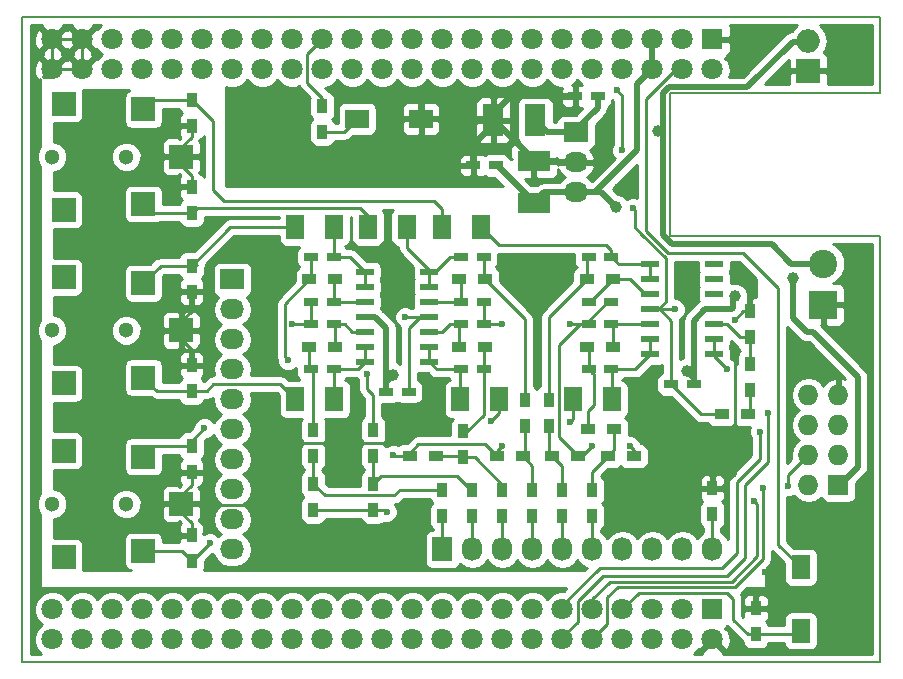
<source format=gbr>
G04 #@! TF.FileFunction,Copper,L1,Top,Signal*
%FSLAX46Y46*%
G04 Gerber Fmt 4.6, Leading zero omitted, Abs format (unit mm)*
G04 Created by KiCad (PCBNEW 4.0.2+dfsg1-stable) date Fri 21 Oct 2016 21:41:57 CEST*
%MOMM*%
G01*
G04 APERTURE LIST*
%ADD10C,0.100000*%
%ADD11C,0.150000*%
%ADD12R,1.727200X1.727200*%
%ADD13O,1.727200X1.727200*%
%ADD14R,1.800000X1.800000*%
%ADD15C,1.800000*%
%ADD16R,1.200000X0.750000*%
%ADD17R,1.524000X2.032000*%
%ADD18R,2.032000X1.727200*%
%ADD19O,2.032000X1.727200*%
%ADD20R,1.727200X2.032000*%
%ADD21O,1.727200X2.032000*%
%ADD22R,0.900000X1.200000*%
%ADD23R,1.200000X0.900000*%
%ADD24R,2.000000X1.600000*%
%ADD25R,1.600000X2.000000*%
%ADD26R,1.500000X0.600000*%
%ADD27R,1.778000X2.794000*%
%ADD28R,2.794000X1.778000*%
%ADD29O,1.998980X1.998980*%
%ADD30R,1.998980X1.998980*%
%ADD31R,2.000000X2.000000*%
%ADD32C,1.300000*%
%ADD33C,2.400000*%
%ADD34R,2.400000X2.400000*%
%ADD35C,0.600000*%
%ADD36C,1.000000*%
%ADD37C,0.250000*%
%ADD38C,0.500000*%
%ADD39C,0.254000*%
G04 APERTURE END LIST*
D10*
D11*
X72644000Y48196500D02*
X72644000Y54610000D01*
X72644000Y36068000D02*
X72644000Y0D01*
X54800500Y36068000D02*
X72644000Y36068000D01*
X54800500Y48196500D02*
X54800500Y36068000D01*
X72644000Y48196500D02*
X54800500Y48196500D01*
X72644000Y0D02*
X0Y0D01*
X0Y54610000D02*
X72644000Y54610000D01*
X0Y0D02*
X0Y54610000D01*
D12*
X69088000Y14986000D03*
D13*
X66548000Y14986000D03*
X69088000Y17526000D03*
X66548000Y17526000D03*
X69088000Y20066000D03*
X66548000Y20066000D03*
X69088000Y22606000D03*
X66548000Y22606000D03*
D14*
X58420000Y52705000D03*
D15*
X58420000Y50165000D03*
X55880000Y52705000D03*
X55880000Y50165000D03*
X53340000Y52705000D03*
X53340000Y50165000D03*
X50800000Y52705000D03*
X50800000Y50165000D03*
X48260000Y52705000D03*
X48260000Y50165000D03*
X45720000Y52705000D03*
X45720000Y50165000D03*
X43180000Y52705000D03*
X43180000Y50165000D03*
X40640000Y52705000D03*
X40640000Y50165000D03*
X38100000Y52705000D03*
X38100000Y50165000D03*
X35560000Y52705000D03*
X35560000Y50165000D03*
X33020000Y52705000D03*
X33020000Y50165000D03*
X30480000Y52705000D03*
X30480000Y50165000D03*
X27940000Y52705000D03*
X27940000Y50165000D03*
X25400000Y52705000D03*
X25400000Y50165000D03*
X22860000Y52705000D03*
X22860000Y50165000D03*
X20320000Y52705000D03*
X20320000Y50165000D03*
X17780000Y52705000D03*
X17780000Y50165000D03*
X15240000Y52705000D03*
X15240000Y50165000D03*
X12700000Y52705000D03*
X12700000Y50165000D03*
X10160000Y52705000D03*
X10160000Y50165000D03*
X7620000Y52705000D03*
X7620000Y50165000D03*
X5080000Y52705000D03*
X5080000Y50165000D03*
X2540000Y52705000D03*
X2540000Y50165000D03*
D14*
X58420000Y4445000D03*
D15*
X58420000Y1905000D03*
X55880000Y4445000D03*
X55880000Y1905000D03*
X53340000Y4445000D03*
X53340000Y1905000D03*
X50800000Y4445000D03*
X50800000Y1905000D03*
X48260000Y4445000D03*
X48260000Y1905000D03*
X45720000Y4445000D03*
X45720000Y1905000D03*
X43180000Y4445000D03*
X43180000Y1905000D03*
X40640000Y4445000D03*
X40640000Y1905000D03*
X38100000Y4445000D03*
X38100000Y1905000D03*
X35560000Y4445000D03*
X35560000Y1905000D03*
X33020000Y4445000D03*
X33020000Y1905000D03*
X30480000Y4445000D03*
X30480000Y1905000D03*
X27940000Y4445000D03*
X27940000Y1905000D03*
X25400000Y4445000D03*
X25400000Y1905000D03*
X22860000Y4445000D03*
X22860000Y1905000D03*
X20320000Y4445000D03*
X20320000Y1905000D03*
X17780000Y4445000D03*
X17780000Y1905000D03*
X15240000Y4445000D03*
X15240000Y1905000D03*
X12700000Y4445000D03*
X12700000Y1905000D03*
X10160000Y4445000D03*
X10160000Y1905000D03*
X7620000Y4445000D03*
X7620000Y1905000D03*
X5080000Y4445000D03*
X5080000Y1905000D03*
X2540000Y4445000D03*
X2540000Y1905000D03*
D16*
X37150000Y28575000D03*
X39050000Y28575000D03*
X37150000Y30480000D03*
X39050000Y30480000D03*
X37150000Y24765000D03*
X39050000Y24765000D03*
X37150000Y34290000D03*
X39050000Y34290000D03*
X32700000Y22860000D03*
X30800000Y22860000D03*
D17*
X37084000Y22225000D03*
X40386000Y22225000D03*
X32575500Y36830000D03*
X29273500Y36830000D03*
D16*
X26350000Y30480000D03*
X24450000Y30480000D03*
X26350000Y28575000D03*
X24450000Y28575000D03*
X26350000Y34290000D03*
X24450000Y34290000D03*
X26350000Y24765000D03*
X24450000Y24765000D03*
D17*
X26416000Y36830000D03*
X23114000Y36830000D03*
X26416000Y22225000D03*
X23114000Y22225000D03*
D16*
X47945000Y30480000D03*
X49845000Y30480000D03*
X49845000Y28575000D03*
X47945000Y28575000D03*
X49845000Y34290000D03*
X47945000Y34290000D03*
X49845000Y24765000D03*
X47945000Y24765000D03*
D17*
X38862000Y36830000D03*
X35560000Y36830000D03*
X49911000Y22225000D03*
X46609000Y22225000D03*
D18*
X17780000Y32385000D03*
D19*
X17780000Y29845000D03*
X17780000Y27305000D03*
X17780000Y24765000D03*
X17780000Y22225000D03*
X17780000Y19685000D03*
X17780000Y17145000D03*
X17780000Y14605000D03*
X17780000Y12065000D03*
X17780000Y9525000D03*
D20*
X35560000Y9525000D03*
D21*
X38100000Y9525000D03*
X40640000Y9525000D03*
X43180000Y9525000D03*
X45720000Y9525000D03*
X48260000Y9525000D03*
X50800000Y9525000D03*
X53340000Y9525000D03*
X55880000Y9525000D03*
X58420000Y9525000D03*
D22*
X25400000Y47074000D03*
X25400000Y44874000D03*
X61595000Y23030000D03*
X61595000Y25230000D03*
X61595000Y27475000D03*
X61595000Y29675000D03*
X37338000Y19515000D03*
X37338000Y17315000D03*
X42545000Y22182000D03*
X42545000Y19982000D03*
D23*
X37000000Y26670000D03*
X39200000Y26670000D03*
X37000000Y32385000D03*
X39200000Y32385000D03*
D22*
X29718000Y19642000D03*
X29718000Y17442000D03*
X24638000Y19642000D03*
X24638000Y17442000D03*
D23*
X26500000Y32385000D03*
X24300000Y32385000D03*
X26500000Y26670000D03*
X24300000Y26670000D03*
D22*
X62103000Y2329000D03*
X62103000Y4529000D03*
X44577000Y22182000D03*
X44577000Y19982000D03*
D23*
X47922000Y19685000D03*
X50122000Y19685000D03*
X49995000Y32385000D03*
X47795000Y32385000D03*
X49995000Y26670000D03*
X47795000Y26670000D03*
D24*
X28351500Y45974000D03*
X33751500Y45974000D03*
D25*
X65913000Y2634000D03*
X65913000Y8034000D03*
D26*
X34450000Y25400000D03*
X34450000Y26670000D03*
X34450000Y27940000D03*
X34450000Y29210000D03*
X34450000Y30480000D03*
X34450000Y31750000D03*
X34450000Y33020000D03*
X29050000Y33020000D03*
X29050000Y31750000D03*
X29050000Y30480000D03*
X29050000Y29210000D03*
X29050000Y27940000D03*
X29050000Y26670000D03*
X29050000Y25400000D03*
X53180000Y33655000D03*
X53180000Y32385000D03*
X53180000Y31115000D03*
X53180000Y29845000D03*
X53180000Y28575000D03*
X53180000Y27305000D03*
X53180000Y26035000D03*
X58580000Y26035000D03*
X58580000Y27305000D03*
X58580000Y28575000D03*
X58580000Y29845000D03*
X58580000Y31115000D03*
X58580000Y32385000D03*
X58580000Y33655000D03*
D18*
X46863000Y44831000D03*
D19*
X46863000Y42291000D03*
X46863000Y39751000D03*
D16*
X54930000Y23495000D03*
X56830000Y23495000D03*
D27*
X43434000Y45847000D03*
X39878000Y45847000D03*
D28*
X43307000Y38862000D03*
X43307000Y42418000D03*
D29*
X66548000Y52578000D03*
D30*
X66548000Y50038000D03*
D16*
X48702000Y47879000D03*
X46802000Y47879000D03*
X40066000Y42037000D03*
X38166000Y42037000D03*
D31*
X10250000Y38775000D03*
X13450000Y42775000D03*
X10250000Y46775000D03*
X3500000Y38275000D03*
X3500000Y47275000D03*
D32*
X2500000Y42775000D03*
X8800000Y42775000D03*
D31*
X10250000Y24075000D03*
X13450000Y28075000D03*
X10250000Y32075000D03*
X3500000Y23575000D03*
X3500000Y32575000D03*
D32*
X2500000Y28075000D03*
X8800000Y28075000D03*
D31*
X10250000Y9375000D03*
X13450000Y13375000D03*
X10250000Y17375000D03*
X3500000Y8875000D03*
X3500000Y17875000D03*
D32*
X2500000Y13375000D03*
X8800000Y13375000D03*
D22*
X43180000Y12362000D03*
X43180000Y14562000D03*
D23*
X42375000Y17399000D03*
X40175000Y17399000D03*
D22*
X40640000Y12362000D03*
X40640000Y14562000D03*
D23*
X35009000Y17399000D03*
X32809000Y17399000D03*
D22*
X38100000Y12362000D03*
X38100000Y14562000D03*
X29718000Y15070000D03*
X29718000Y12870000D03*
X14325000Y18270400D03*
X14325000Y16070400D03*
X14325000Y33535800D03*
X14325000Y31335800D03*
X14351000Y38016000D03*
X14351000Y40216000D03*
X35560000Y12362000D03*
X35560000Y14562000D03*
X24638000Y15070000D03*
X24638000Y12870000D03*
X45720000Y12362000D03*
X45720000Y14562000D03*
D23*
X44874000Y17399000D03*
X47074000Y17399000D03*
D22*
X48260000Y12362000D03*
X48260000Y14562000D03*
D23*
X49573000Y17399000D03*
X51773000Y17399000D03*
D22*
X14351000Y47582000D03*
X14351000Y45382000D03*
X14325000Y22928400D03*
X14325000Y25128400D03*
X14325600Y8526600D03*
X14325600Y10726600D03*
X58420000Y12489000D03*
X58420000Y14689000D03*
D23*
X59225000Y20955000D03*
X61425000Y20955000D03*
D33*
X67818000Y33726000D03*
D34*
X67818000Y30226000D03*
D35*
X51435000Y18288000D03*
X22860000Y28575000D03*
X40640000Y28575000D03*
X46355000Y28575000D03*
X59690000Y24765000D03*
X30861000Y12700000D03*
X31369000Y17526000D03*
X40640000Y18288000D03*
X48260000Y18288000D03*
D36*
X50546000Y40068500D03*
X33629600Y48285400D03*
X44386500Y48577500D03*
X60325000Y30988000D03*
X56261000Y24638000D03*
X31369000Y24257000D03*
D35*
X62865000Y7620000D03*
X15417800Y19786600D03*
X39700200Y20421600D03*
X22479000Y25527000D03*
X29210000Y24384000D03*
X15875000Y10033000D03*
X46355000Y20345400D03*
D36*
X53784500Y44958000D03*
D35*
X50355500Y48387000D03*
X50800000Y43307000D03*
X51689000Y38417500D03*
X55245000Y29845000D03*
X32385000Y29210000D03*
D36*
X65278000Y32512000D03*
X50292000Y38481000D03*
D35*
X64846200Y14884400D03*
X62712600Y14757400D03*
X63119000Y21082000D03*
X61976000Y13589000D03*
X62458600Y19481800D03*
X56134000Y32258000D03*
X43180000Y32004000D03*
X31750000Y32004000D03*
X21336000Y33020000D03*
X27178000Y20066000D03*
X27178000Y15494000D03*
X32766000Y20066000D03*
X21590000Y19812000D03*
X20828000Y14224000D03*
X22402800Y11912600D03*
X56743600Y14655800D03*
X12674600Y15976600D03*
X12903200Y25095200D03*
X12598400Y31292800D03*
X12877800Y40055800D03*
X60261500Y26352500D03*
X60325000Y28956000D03*
D37*
X37150000Y28575000D02*
X36195000Y28575000D01*
X35560000Y27940000D02*
X34450000Y27940000D01*
X36195000Y28575000D02*
X35560000Y27940000D01*
X37000000Y26670000D02*
X37000000Y28425000D01*
X37000000Y28425000D02*
X37150000Y28575000D01*
X47945000Y28575000D02*
X47244000Y28575000D01*
X45466000Y19007000D02*
X47074000Y17399000D01*
X45466000Y26797000D02*
X45466000Y19007000D01*
X47244000Y28575000D02*
X45466000Y26797000D01*
X51773000Y17950000D02*
X51773000Y17399000D01*
X51435000Y18288000D02*
X51773000Y17950000D01*
X22860000Y28575000D02*
X24450000Y28575000D01*
X40640000Y28575000D02*
X39050000Y28575000D01*
X58580000Y26035000D02*
X58580000Y25875000D01*
X58580000Y25875000D02*
X59690000Y24765000D01*
X46355000Y28575000D02*
X47945000Y28575000D01*
X58580000Y26035000D02*
X58580000Y27305000D01*
X47945000Y28575000D02*
X47945000Y28895000D01*
X47945000Y28895000D02*
X49530000Y30480000D01*
X49530000Y30480000D02*
X49845000Y30480000D01*
X39050000Y28575000D02*
X39050000Y30480000D01*
X24450000Y30480000D02*
X24450000Y28575000D01*
X32809000Y17399000D02*
X31496000Y17399000D01*
X30691000Y12870000D02*
X29718000Y12870000D01*
X30861000Y12700000D02*
X30691000Y12870000D01*
X31496000Y17399000D02*
X31369000Y17526000D01*
X40640000Y18288000D02*
X40175000Y17823000D01*
X40175000Y17823000D02*
X40175000Y17399000D01*
X48260000Y18288000D02*
X47371000Y17399000D01*
X47371000Y17399000D02*
X47074000Y17399000D01*
X32809000Y17399000D02*
X32809000Y17696000D01*
X32809000Y17696000D02*
X33528000Y18415000D01*
X33528000Y18415000D02*
X39159000Y18415000D01*
X39159000Y18415000D02*
X40175000Y17399000D01*
X29718000Y12870000D02*
X24638000Y12870000D01*
X37150000Y30480000D02*
X37150000Y32235000D01*
X37150000Y32235000D02*
X37000000Y32385000D01*
X37150000Y30480000D02*
X34450000Y30480000D01*
X34450000Y25400000D02*
X34450000Y26670000D01*
X37150000Y24765000D02*
X35085000Y24765000D01*
X35085000Y24765000D02*
X34450000Y25400000D01*
X37084000Y22225000D02*
X37084000Y24699000D01*
X37084000Y24699000D02*
X37150000Y24765000D01*
X37338000Y19515000D02*
X37676000Y19515000D01*
X37676000Y19515000D02*
X39050000Y20889000D01*
X39050000Y20889000D02*
X39050000Y24765000D01*
X39050000Y24765000D02*
X39050000Y26520000D01*
X39050000Y26520000D02*
X39200000Y26670000D01*
X34450000Y33020000D02*
X34450000Y33164800D01*
X34450000Y33164800D02*
X32575500Y35039300D01*
X32575500Y35039300D02*
X32575500Y36830000D01*
X34450000Y33020000D02*
X34925000Y33020000D01*
X34925000Y33020000D02*
X36195000Y34290000D01*
X36195000Y34290000D02*
X37150000Y34290000D01*
X34450000Y31750000D02*
X34450000Y33020000D01*
X42545000Y22182000D02*
X42545000Y29040000D01*
X42545000Y29040000D02*
X39200000Y32385000D01*
X39050000Y34290000D02*
X39050000Y32535000D01*
X39050000Y32535000D02*
X39200000Y32385000D01*
X61595000Y23030000D02*
X61595000Y21125000D01*
X61595000Y21125000D02*
X61425000Y20955000D01*
D38*
X33751500Y45974000D02*
X33751500Y48163500D01*
X33751500Y48163500D02*
X33629600Y48285400D01*
X44259500Y48450500D02*
X44259500Y47879000D01*
X44386500Y48577500D02*
X44259500Y48450500D01*
X40259000Y45847000D02*
X40259000Y46799500D01*
X40259000Y46799500D02*
X41338500Y47879000D01*
X41338500Y47879000D02*
X44259500Y47879000D01*
X44259500Y47879000D02*
X46929000Y47879000D01*
X33751500Y45974000D02*
X40132000Y45974000D01*
X40132000Y45974000D02*
X40259000Y45847000D01*
X38166000Y41973500D02*
X38166000Y43754000D01*
X38166000Y43754000D02*
X40259000Y45847000D01*
X40259000Y45847000D02*
X40259000Y45529500D01*
X40259000Y45529500D02*
X43370500Y42418000D01*
X46926500Y42291000D02*
X43497500Y42291000D01*
X43497500Y42291000D02*
X43370500Y42418000D01*
D37*
X2540000Y52705000D02*
X5080000Y52705000D01*
X2540000Y52705000D02*
X2540000Y50165000D01*
X5080000Y50165000D02*
X2540000Y50165000D01*
X5080000Y52705000D02*
X5080000Y50165000D01*
D38*
X60071000Y29845000D02*
X58580000Y29845000D01*
X60325000Y30988000D02*
X60198000Y30861000D01*
X60198000Y30861000D02*
X60198000Y29972000D01*
X60198000Y29972000D02*
X60071000Y29845000D01*
X30800000Y22860000D02*
X30800000Y23688000D01*
X56830000Y24069000D02*
X56830000Y23495000D01*
X56261000Y24638000D02*
X56830000Y24069000D01*
X30800000Y23688000D02*
X31369000Y24257000D01*
X29050000Y29210000D02*
X29845000Y29210000D01*
X30800000Y28255000D02*
X30800000Y22860000D01*
X29845000Y29210000D02*
X30800000Y28255000D01*
D37*
X62865000Y7620000D02*
X62865000Y7620000D01*
X58420000Y4445000D02*
X58420000Y5080000D01*
D38*
X57785000Y29845000D02*
X58580000Y29845000D01*
X56830000Y23495000D02*
X56830000Y28890000D01*
X56830000Y28890000D02*
X57785000Y29845000D01*
D37*
X40386000Y22225000D02*
X40386000Y21107400D01*
X15417800Y19786600D02*
X14325000Y18693800D01*
X40386000Y21107400D02*
X39700200Y20421600D01*
X14325000Y18693800D02*
X14325000Y18270400D01*
X14325000Y18270400D02*
X11145400Y18270400D01*
X11145400Y18270400D02*
X10250000Y17375000D01*
X29273500Y36830000D02*
X29273500Y37757100D01*
X29273500Y37757100D02*
X28575000Y38455600D01*
X28575000Y38455600D02*
X14790600Y38455600D01*
X14790600Y38455600D02*
X14351000Y38016000D01*
X14351000Y38016000D02*
X11037000Y38016000D01*
X11037000Y38016000D02*
X10254000Y38799000D01*
X10445000Y38608000D02*
X10254000Y38799000D01*
X26350000Y30480000D02*
X29050000Y30480000D01*
X26350000Y30480000D02*
X26350000Y32235000D01*
X26350000Y32235000D02*
X26500000Y32385000D01*
X26500000Y26670000D02*
X26500000Y28425000D01*
X26500000Y28425000D02*
X26350000Y28575000D01*
X26350000Y28575000D02*
X27305000Y28575000D01*
X27940000Y27940000D02*
X29050000Y27940000D01*
X27305000Y28575000D02*
X27940000Y27940000D01*
X29050000Y31750000D02*
X29050000Y33020000D01*
X26350000Y34290000D02*
X27780000Y34290000D01*
X27780000Y34290000D02*
X29050000Y33020000D01*
X26416000Y36830000D02*
X26416000Y34356000D01*
X26416000Y34356000D02*
X26350000Y34290000D01*
X29718000Y19642000D02*
X29718000Y22606000D01*
X22225000Y30310000D02*
X24300000Y32385000D01*
X22225000Y25781000D02*
X22225000Y30310000D01*
X22479000Y25527000D02*
X22225000Y25781000D01*
X29210000Y23114000D02*
X29210000Y24384000D01*
X29718000Y22606000D02*
X29210000Y23114000D01*
X24450000Y34290000D02*
X24450000Y32535000D01*
X24450000Y32535000D02*
X24300000Y32385000D01*
X26416000Y22225000D02*
X26416000Y24699000D01*
X26416000Y24699000D02*
X26350000Y24765000D01*
X29050000Y25400000D02*
X29050000Y26670000D01*
X26350000Y24765000D02*
X28415000Y24765000D01*
X28415000Y24765000D02*
X29050000Y25400000D01*
X24638000Y19642000D02*
X24638000Y24577000D01*
X24638000Y24577000D02*
X24450000Y24765000D01*
X24300000Y26670000D02*
X24300000Y24915000D01*
X24300000Y24915000D02*
X24450000Y24765000D01*
X23114000Y36830000D02*
X17619200Y36830000D01*
X17619200Y36830000D02*
X14325000Y33535800D01*
X14325000Y33535800D02*
X11710800Y33535800D01*
X11710800Y33535800D02*
X10250000Y32075000D01*
X14351000Y33571000D02*
X14775000Y33571000D01*
X14325000Y22928400D02*
X15613200Y22928400D01*
X21844000Y23495000D02*
X23114000Y22225000D01*
X16179800Y23495000D02*
X21844000Y23495000D01*
X15613200Y22928400D02*
X16179800Y23495000D01*
X14325000Y22928400D02*
X11396600Y22928400D01*
X11396600Y22928400D02*
X10250000Y24075000D01*
X23114000Y22225000D02*
X23114000Y22352000D01*
X23114000Y22225000D02*
X22733000Y22225000D01*
X53180000Y31115000D02*
X52705000Y31115000D01*
X52705000Y31115000D02*
X51435000Y32385000D01*
X51435000Y32385000D02*
X49995000Y32385000D01*
X47945000Y30480000D02*
X48090000Y30480000D01*
X48090000Y30480000D02*
X49995000Y32385000D01*
X49845000Y28575000D02*
X53180000Y28575000D01*
X49995000Y26670000D02*
X49995000Y28425000D01*
X49995000Y28425000D02*
X49845000Y28575000D01*
X49845000Y34290000D02*
X49845000Y34864000D01*
X40386000Y35306000D02*
X38862000Y36830000D01*
X49403000Y35306000D02*
X40386000Y35306000D01*
X49845000Y34864000D02*
X49403000Y35306000D01*
X53180000Y33655000D02*
X50480000Y33655000D01*
X50480000Y33655000D02*
X49845000Y34290000D01*
X53180000Y32385000D02*
X53180000Y33655000D01*
X44577000Y22182000D02*
X44577000Y29167000D01*
X44577000Y29167000D02*
X47795000Y32385000D01*
X47795000Y32385000D02*
X47795000Y34140000D01*
X47795000Y34140000D02*
X47945000Y34290000D01*
X53180000Y26035000D02*
X53180000Y27305000D01*
X49845000Y24765000D02*
X51910000Y24765000D01*
X51910000Y24765000D02*
X53180000Y26035000D01*
X49911000Y22225000D02*
X49911000Y24699000D01*
X49911000Y24699000D02*
X49845000Y24765000D01*
X47922000Y19685000D02*
X47922000Y21252000D01*
X48387000Y24323000D02*
X47945000Y24765000D01*
X48387000Y21717000D02*
X48387000Y24323000D01*
X47922000Y21252000D02*
X48387000Y21717000D01*
X47945000Y24765000D02*
X47945000Y26520000D01*
X47945000Y26520000D02*
X47795000Y26670000D01*
X48260000Y24450000D02*
X47945000Y24765000D01*
X35560000Y36830000D02*
X35560000Y38328600D01*
X16154400Y45778600D02*
X14351000Y47582000D01*
X16154400Y39954200D02*
X16154400Y45778600D01*
X17068800Y39039800D02*
X16154400Y39954200D01*
X34848800Y39039800D02*
X17068800Y39039800D01*
X35560000Y38328600D02*
X34848800Y39039800D01*
X14351000Y47582000D02*
X11037000Y47582000D01*
X11037000Y47582000D02*
X10254000Y46799000D01*
X46609000Y22225000D02*
X46609000Y20599400D01*
X15875000Y10033000D02*
X14368600Y8526600D01*
X46609000Y20599400D02*
X46355000Y20345400D01*
X14368600Y8526600D02*
X14325600Y8526600D01*
X10250000Y9375000D02*
X13477200Y9375000D01*
X13477200Y9375000D02*
X14325600Y8526600D01*
X46609000Y22225000D02*
X46609000Y22098000D01*
X35560000Y12362000D02*
X35560000Y9525000D01*
X38100000Y12362000D02*
X38100000Y9525000D01*
X40640000Y12362000D02*
X40640000Y9525000D01*
X43180000Y12362000D02*
X43180000Y9525000D01*
X45720000Y12362000D02*
X45720000Y9525000D01*
X48260000Y9525000D02*
X48260000Y12362000D01*
D38*
X54229000Y44958000D02*
X53784500Y44958000D01*
X46863000Y44831000D02*
X46863000Y45085000D01*
X46863000Y45085000D02*
X48702000Y46924000D01*
X48702000Y46924000D02*
X48702000Y47879000D01*
X46863000Y44831000D02*
X44450000Y44831000D01*
X44450000Y44831000D02*
X43434000Y45847000D01*
X67818000Y33726000D02*
X65080000Y33726000D01*
X54991000Y35369500D02*
X54229000Y36131500D01*
X63436500Y35369500D02*
X54991000Y35369500D01*
X65024000Y33782000D02*
X63436500Y35369500D01*
X54229000Y36131500D02*
X54229000Y39751000D01*
X65080000Y33726000D02*
X65024000Y33782000D01*
X54229000Y39751000D02*
X54229000Y44958000D01*
X54229000Y44958000D02*
X54229000Y48133000D01*
X54737000Y48641000D02*
X54229000Y48133000D01*
X61341000Y48641000D02*
X54737000Y48641000D01*
X65214500Y52514500D02*
X61341000Y48641000D01*
X66357500Y52514500D02*
X65214500Y52514500D01*
D37*
X25400000Y47074000D02*
X25400000Y47752000D01*
X24130000Y51435000D02*
X25400000Y52705000D01*
X24130000Y49022000D02*
X24130000Y51435000D01*
X25400000Y47752000D02*
X24130000Y49022000D01*
X25400000Y44874000D02*
X27251500Y44874000D01*
X27251500Y44874000D02*
X28351500Y45974000D01*
X50800000Y43307000D02*
X50800000Y47942500D01*
X50800000Y47942500D02*
X50355500Y48387000D01*
X54483000Y30480000D02*
X54483000Y34161602D01*
X54483000Y34161602D02*
X52387500Y36257102D01*
X53848000Y29845000D02*
X54483000Y30480000D01*
X51847051Y36797551D02*
X52387500Y36257102D01*
X50863500Y43370500D02*
X50800000Y43307000D01*
X51689000Y38417500D02*
X51847051Y38259449D01*
X51847051Y38259449D02*
X51847051Y36797551D01*
X53180000Y29845000D02*
X53848000Y29845000D01*
X59225000Y20955000D02*
X57470000Y20955000D01*
X57470000Y20955000D02*
X54930000Y23495000D01*
X34450000Y29210000D02*
X32385000Y29210000D01*
X55245000Y29845000D02*
X53180000Y29845000D01*
X54930000Y23495000D02*
X54930000Y28890000D01*
X54930000Y28890000D02*
X53975000Y29845000D01*
X53975000Y29845000D02*
X53180000Y29845000D01*
X32700000Y22860000D02*
X32700000Y28255000D01*
X33655000Y29210000D02*
X34450000Y29210000D01*
X32700000Y28255000D02*
X33655000Y29210000D01*
X61595000Y25230000D02*
X61595000Y27475000D01*
X58580000Y28575000D02*
X59690000Y28575000D01*
X60790000Y27475000D02*
X61595000Y27475000D01*
X59690000Y28575000D02*
X60790000Y27475000D01*
X62103000Y2329000D02*
X61425000Y2329000D01*
X52197000Y5842000D02*
X50800000Y4445000D01*
X59690000Y5842000D02*
X52197000Y5842000D01*
X60198000Y5334000D02*
X59690000Y5842000D01*
X60198000Y3556000D02*
X60198000Y5334000D01*
X61425000Y2329000D02*
X60198000Y3556000D01*
X62103000Y2329000D02*
X65608000Y2329000D01*
X65608000Y2329000D02*
X65913000Y2634000D01*
X55880000Y50165000D02*
X55306404Y50165000D01*
X55306404Y50165000D02*
X52832000Y47690596D01*
X52832000Y47690596D02*
X52832000Y36449000D01*
X52832000Y36449000D02*
X54673500Y34607500D01*
X54673500Y34607500D02*
X61023500Y34607500D01*
X61023500Y34607500D02*
X64008000Y31623000D01*
X64008000Y31623000D02*
X64008000Y9939000D01*
X65913000Y8034000D02*
X64008000Y9939000D01*
D38*
X46863000Y39751000D02*
X48514000Y39751000D01*
X52070000Y48895000D02*
X53340000Y50165000D01*
X52070000Y43307000D02*
X52070000Y48895000D01*
X48514000Y39751000D02*
X52070000Y43307000D01*
X46863000Y39751000D02*
X44196000Y39751000D01*
X44196000Y39751000D02*
X43307000Y38862000D01*
X53340000Y50165000D02*
X53340000Y49911000D01*
X53340000Y52705000D02*
X53340000Y50165000D01*
X65278000Y29083000D02*
X65278000Y32512000D01*
X66421000Y27940000D02*
X65278000Y29083000D01*
X66929000Y27940000D02*
X66421000Y27940000D01*
X70739000Y24130000D02*
X66929000Y27940000D01*
X70739000Y16510000D02*
X70739000Y24130000D01*
X69215000Y14986000D02*
X70739000Y16510000D01*
X49022000Y39751000D02*
X46863000Y39751000D01*
X50292000Y38481000D02*
X49022000Y39751000D01*
X69088000Y14986000D02*
X69215000Y14986000D01*
D37*
X46863000Y39751000D02*
X46355000Y39751000D01*
D38*
X40066000Y41973500D02*
X40259000Y41973500D01*
X40259000Y41973500D02*
X43370500Y38862000D01*
D37*
X64846200Y14884400D02*
X64846200Y15824200D01*
X64846200Y15824200D02*
X66548000Y17526000D01*
X62712600Y14757400D02*
X62712600Y14757400D01*
X62712600Y14757400D02*
X62712600Y8686800D01*
X49530000Y3175000D02*
X48260000Y1905000D01*
X49530000Y5461000D02*
X49530000Y3175000D01*
X50400798Y6331798D02*
X49530000Y5461000D01*
X60357598Y6331798D02*
X50400798Y6331798D01*
X62712600Y8686800D02*
X60357598Y6331798D01*
X63169800Y16967200D02*
X63119000Y21082000D01*
X61188600Y14986000D02*
X63169800Y16967200D01*
X61188600Y8813800D02*
X61188600Y14986000D01*
X59690000Y7315200D02*
X61188600Y8813800D01*
X49174400Y7315200D02*
X59690000Y7315200D01*
X47015400Y5156200D02*
X49174400Y7315200D01*
X47015400Y3378200D02*
X47015400Y5156200D01*
X45720000Y2082800D02*
X47015400Y3378200D01*
X45720000Y1905000D02*
X45720000Y2082800D01*
X62230000Y13335000D02*
X61976000Y13589000D01*
X62204600Y8966200D02*
X62230000Y13335000D01*
X60066902Y6807200D02*
X62204600Y8966200D01*
X49733200Y6807200D02*
X60066902Y6807200D01*
X48260000Y5334000D02*
X49733200Y6807200D01*
X48260000Y4445000D02*
X48260000Y5334000D01*
X48895000Y7975600D02*
X45720000Y4800600D01*
X48895000Y7975600D02*
X59258200Y7975600D01*
X59258200Y7975600D02*
X60477400Y9194800D01*
X60477400Y9194800D02*
X60477400Y15240000D01*
X60477400Y15240000D02*
X62433200Y17195800D01*
X62433200Y17195800D02*
X62458600Y19481800D01*
X45720000Y4445000D02*
X45720000Y4800600D01*
X56134000Y32258000D02*
X56388000Y32258000D01*
X43180000Y32004000D02*
X44196000Y32004000D01*
X12700000Y28075000D02*
X15629000Y28075000D01*
X31750000Y32004000D02*
X33020000Y32004000D01*
X20066000Y34290000D02*
X21336000Y33020000D01*
X16764000Y34290000D02*
X20066000Y34290000D01*
X16002000Y33528000D02*
X16764000Y34290000D01*
X16002000Y28448000D02*
X16002000Y33528000D01*
X15629000Y28075000D02*
X16002000Y28448000D01*
X27178000Y17018000D02*
X27178000Y17780000D01*
X27178000Y15494000D02*
X27178000Y17018000D01*
X32766000Y19812000D02*
X32766000Y20066000D01*
X31496000Y18542000D02*
X32766000Y19812000D01*
X27940000Y18542000D02*
X31496000Y18542000D01*
X27178000Y17780000D02*
X27940000Y18542000D01*
X22860000Y18542000D02*
X21590000Y19812000D01*
X25654000Y18542000D02*
X22860000Y18542000D01*
X27178000Y20066000D02*
X25654000Y18542000D01*
X20828000Y13284200D02*
X20828000Y14224000D01*
X58420000Y14689000D02*
X56776800Y14689000D01*
X21031200Y13284200D02*
X20828000Y13284200D01*
X20828000Y13284200D02*
X12790800Y13284200D01*
X22402800Y11912600D02*
X21031200Y13284200D01*
X56776800Y14689000D02*
X56743600Y14655800D01*
X12790800Y13284200D02*
X12700000Y13375000D01*
X14325000Y25128400D02*
X12936400Y25128400D01*
X12768400Y16070400D02*
X14325000Y16070400D01*
X12674600Y15976600D02*
X12768400Y16070400D01*
X12936400Y25128400D02*
X12903200Y25095200D01*
X14351000Y40216000D02*
X13038000Y40216000D01*
X12641400Y31335800D02*
X14325000Y31335800D01*
X12598400Y31292800D02*
X12641400Y31335800D01*
X13038000Y40216000D02*
X12877800Y40055800D01*
X14325000Y31335800D02*
X14325000Y29700000D01*
X14325000Y29700000D02*
X12700000Y28075000D01*
X14325000Y25128400D02*
X14325000Y26450000D01*
X14325000Y26450000D02*
X12700000Y28075000D01*
X14325000Y16070400D02*
X14325000Y15000000D01*
X14325000Y15000000D02*
X12700000Y13375000D01*
X14325600Y10726600D02*
X14325600Y11749400D01*
X14325600Y11749400D02*
X12700000Y13375000D01*
X58420000Y14689000D02*
X59075500Y14689000D01*
X59075500Y14689000D02*
X60325000Y15938500D01*
X60325000Y15938500D02*
X60325000Y26289000D01*
X60325000Y26289000D02*
X60261500Y26352500D01*
X61044000Y29675000D02*
X61595000Y29675000D01*
X60325000Y28956000D02*
X61044000Y29675000D01*
X14351000Y45382000D02*
X14351000Y44446000D01*
X14351000Y44446000D02*
X12704000Y42799000D01*
X14351000Y40216000D02*
X14351000Y41152000D01*
X14351000Y41152000D02*
X12704000Y42799000D01*
X61425000Y29845000D02*
X61595000Y29675000D01*
X35009000Y17399000D02*
X37254000Y17399000D01*
X37254000Y17399000D02*
X37338000Y17315000D01*
X40640000Y14562000D02*
X40640000Y14986000D01*
X40640000Y14986000D02*
X38311000Y17315000D01*
X38311000Y17315000D02*
X37338000Y17315000D01*
X29718000Y17442000D02*
X29718000Y15070000D01*
X38100000Y14562000D02*
X38016000Y14562000D01*
X38016000Y14562000D02*
X36830000Y15748000D01*
X36830000Y15748000D02*
X30396000Y15748000D01*
X30396000Y15748000D02*
X29718000Y15070000D01*
X24638000Y17442000D02*
X24638000Y15070000D01*
X35560000Y14562000D02*
X31961000Y14562000D01*
X25611000Y14097000D02*
X24638000Y15070000D01*
X31496000Y14097000D02*
X25611000Y14097000D01*
X31961000Y14562000D02*
X31496000Y14097000D01*
X44577000Y19982000D02*
X44577000Y17696000D01*
X44577000Y17696000D02*
X44874000Y17399000D01*
X45720000Y14562000D02*
X45720000Y16553000D01*
X45720000Y16553000D02*
X44874000Y17399000D01*
X50122000Y19685000D02*
X50122000Y17948000D01*
X50122000Y17948000D02*
X49573000Y17399000D01*
X48260000Y14562000D02*
X48260000Y16086000D01*
X48260000Y16086000D02*
X49573000Y17399000D01*
X42545000Y19982000D02*
X42545000Y17569000D01*
X42545000Y17569000D02*
X42375000Y17399000D01*
X43180000Y14562000D02*
X43180000Y16594000D01*
X43180000Y16594000D02*
X42375000Y17399000D01*
X58420000Y9525000D02*
X58420000Y12489000D01*
D39*
G36*
X9014683Y48378162D02*
X8798559Y48239090D01*
X8653569Y48026890D01*
X8602560Y47775000D01*
X8602560Y45775000D01*
X8646838Y45539683D01*
X8785910Y45323559D01*
X8998110Y45178569D01*
X9250000Y45127560D01*
X11250000Y45127560D01*
X11485317Y45171838D01*
X11701441Y45310910D01*
X11846431Y45523110D01*
X11897440Y45775000D01*
X11897440Y46822000D01*
X13283666Y46822000D01*
X13297838Y46746683D01*
X13436910Y46530559D01*
X13505006Y46484031D01*
X13362673Y46341698D01*
X13266000Y46108309D01*
X13266000Y45667750D01*
X13424750Y45509000D01*
X14224000Y45509000D01*
X14224000Y45529000D01*
X14478000Y45529000D01*
X14478000Y45509000D01*
X14498000Y45509000D01*
X14498000Y45255000D01*
X14478000Y45255000D01*
X14478000Y45235000D01*
X14224000Y45235000D01*
X14224000Y45255000D01*
X13424750Y45255000D01*
X13266000Y45096250D01*
X13266000Y44655691D01*
X13362673Y44422302D01*
X13374975Y44410000D01*
X13322998Y44410000D01*
X13322998Y44251252D01*
X13164250Y44410000D01*
X12323691Y44410000D01*
X12090302Y44313327D01*
X11911673Y44134699D01*
X11815000Y43901310D01*
X11815000Y43060750D01*
X11973750Y42902000D01*
X13323000Y42902000D01*
X13323000Y42922000D01*
X13577000Y42922000D01*
X13577000Y42902000D01*
X14926250Y42902000D01*
X15085000Y43060750D01*
X15085000Y43901310D01*
X14988327Y44134699D01*
X14961757Y44161269D01*
X15160699Y44243673D01*
X15339327Y44422302D01*
X15394400Y44555260D01*
X15394400Y41042740D01*
X15339327Y41175698D01*
X15160699Y41354327D01*
X14992013Y41424199D01*
X15085000Y41648690D01*
X15085000Y42489250D01*
X14926250Y42648000D01*
X13577000Y42648000D01*
X13577000Y42628000D01*
X13323000Y42628000D01*
X13323000Y42648000D01*
X11973750Y42648000D01*
X11815000Y42489250D01*
X11815000Y41648690D01*
X11911673Y41415301D01*
X12090302Y41236673D01*
X12323691Y41140000D01*
X13164250Y41140000D01*
X13322998Y41298748D01*
X13322998Y41140000D01*
X13347886Y41140000D01*
X13266000Y40942309D01*
X13266000Y40501750D01*
X13424750Y40343000D01*
X14224000Y40343000D01*
X14224000Y40363000D01*
X14478000Y40363000D01*
X14478000Y40343000D01*
X14498000Y40343000D01*
X14498000Y40089000D01*
X14478000Y40089000D01*
X14478000Y40069000D01*
X14224000Y40069000D01*
X14224000Y40089000D01*
X13424750Y40089000D01*
X13266000Y39930250D01*
X13266000Y39489691D01*
X13362673Y39256302D01*
X13503910Y39115064D01*
X13449559Y39080090D01*
X13304569Y38867890D01*
X13285961Y38776000D01*
X11897440Y38776000D01*
X11897440Y39775000D01*
X11853162Y40010317D01*
X11714090Y40226441D01*
X11501890Y40371431D01*
X11250000Y40422440D01*
X9250000Y40422440D01*
X9014683Y40378162D01*
X8798559Y40239090D01*
X8653569Y40026890D01*
X8602560Y39775000D01*
X8602560Y37775000D01*
X8646838Y37539683D01*
X8785910Y37323559D01*
X8998110Y37178569D01*
X9250000Y37127560D01*
X11250000Y37127560D01*
X11485317Y37171838D01*
X11616108Y37256000D01*
X13283666Y37256000D01*
X13297838Y37180683D01*
X13436910Y36964559D01*
X13649110Y36819569D01*
X13901000Y36768560D01*
X14801000Y36768560D01*
X15036317Y36812838D01*
X15252441Y36951910D01*
X15397431Y37164110D01*
X15448440Y37416000D01*
X15448440Y37695600D01*
X21704560Y37695600D01*
X21704560Y37590000D01*
X17619200Y37590000D01*
X17328360Y37532148D01*
X17081799Y37367401D01*
X14497638Y34783240D01*
X13875000Y34783240D01*
X13639683Y34738962D01*
X13423559Y34599890D01*
X13278569Y34387690D01*
X13259961Y34295800D01*
X11710800Y34295800D01*
X11419960Y34237948D01*
X11173399Y34073201D01*
X10822638Y33722440D01*
X9250000Y33722440D01*
X9014683Y33678162D01*
X8798559Y33539090D01*
X8653569Y33326890D01*
X8602560Y33075000D01*
X8602560Y31075000D01*
X8646838Y30839683D01*
X8785910Y30623559D01*
X8998110Y30478569D01*
X9250000Y30427560D01*
X11250000Y30427560D01*
X11485317Y30471838D01*
X11701441Y30610910D01*
X11846431Y30823110D01*
X11892387Y31050050D01*
X13240000Y31050050D01*
X13240000Y30609491D01*
X13336673Y30376102D01*
X13515301Y30197473D01*
X13748690Y30100800D01*
X14039250Y30100800D01*
X14198000Y30259550D01*
X14198000Y31208800D01*
X14452000Y31208800D01*
X14452000Y30259550D01*
X14610750Y30100800D01*
X14901310Y30100800D01*
X15134699Y30197473D01*
X15313327Y30376102D01*
X15410000Y30609491D01*
X15410000Y31050050D01*
X15251250Y31208800D01*
X14452000Y31208800D01*
X14198000Y31208800D01*
X13398750Y31208800D01*
X13240000Y31050050D01*
X11892387Y31050050D01*
X11897440Y31075000D01*
X11897440Y32647638D01*
X12025602Y32775800D01*
X13257666Y32775800D01*
X13271838Y32700483D01*
X13410910Y32484359D01*
X13479006Y32437831D01*
X13336673Y32295498D01*
X13240000Y32062109D01*
X13240000Y31621550D01*
X13398750Y31462800D01*
X14198000Y31462800D01*
X14198000Y31482800D01*
X14452000Y31482800D01*
X14452000Y31462800D01*
X15251250Y31462800D01*
X15410000Y31621550D01*
X15410000Y32062109D01*
X15313327Y32295498D01*
X15172090Y32436736D01*
X15226441Y32471710D01*
X15371431Y32683910D01*
X15422440Y32935800D01*
X15422440Y33198284D01*
X15477148Y33280161D01*
X15535000Y33571000D01*
X15518409Y33654407D01*
X17934002Y36070000D01*
X21704560Y36070000D01*
X21704560Y35814000D01*
X21748838Y35578683D01*
X21887910Y35362559D01*
X22100110Y35217569D01*
X22352000Y35166560D01*
X23456789Y35166560D01*
X23398559Y35129090D01*
X23253569Y34916890D01*
X23202560Y34665000D01*
X23202560Y33915000D01*
X23246838Y33679683D01*
X23385910Y33463559D01*
X23443258Y33424375D01*
X23248559Y33299090D01*
X23103569Y33086890D01*
X23052560Y32835000D01*
X23052560Y32212362D01*
X21687599Y30847401D01*
X21522852Y30600839D01*
X21465000Y30310000D01*
X21465000Y25781000D01*
X21522852Y25490161D01*
X21543940Y25458601D01*
X21543838Y25341833D01*
X21685883Y24998057D01*
X21948673Y24734808D01*
X22292201Y24592162D01*
X22664167Y24591838D01*
X23007943Y24733883D01*
X23202560Y24928161D01*
X23202560Y24390000D01*
X23246838Y24154683D01*
X23385910Y23938559D01*
X23459262Y23888440D01*
X22525362Y23888440D01*
X22381401Y24032401D01*
X22134839Y24197148D01*
X21844000Y24255000D01*
X19361900Y24255000D01*
X19463345Y24765000D01*
X19349271Y25338489D01*
X19024415Y25824670D01*
X18709634Y26035000D01*
X19024415Y26245330D01*
X19349271Y26731511D01*
X19463345Y27305000D01*
X19349271Y27878489D01*
X19024415Y28364670D01*
X18709634Y28575000D01*
X19024415Y28785330D01*
X19349271Y29271511D01*
X19463345Y29845000D01*
X19349271Y30418489D01*
X19024415Y30904670D01*
X19010087Y30914243D01*
X19031317Y30918238D01*
X19247441Y31057310D01*
X19392431Y31269510D01*
X19443440Y31521400D01*
X19443440Y33248600D01*
X19399162Y33483917D01*
X19260090Y33700041D01*
X19047890Y33845031D01*
X18796000Y33896040D01*
X16764000Y33896040D01*
X16528683Y33851762D01*
X16312559Y33712690D01*
X16167569Y33500490D01*
X16116560Y33248600D01*
X16116560Y31521400D01*
X16160838Y31286083D01*
X16299910Y31069959D01*
X16512110Y30924969D01*
X16553439Y30916600D01*
X16535585Y30904670D01*
X16210729Y30418489D01*
X16096655Y29845000D01*
X16210729Y29271511D01*
X16535585Y28785330D01*
X16850366Y28575000D01*
X16535585Y28364670D01*
X16210729Y27878489D01*
X16096655Y27305000D01*
X16210729Y26731511D01*
X16535585Y26245330D01*
X16850366Y26035000D01*
X16535585Y25824670D01*
X16210729Y25338489D01*
X16096655Y24765000D01*
X16198100Y24255000D01*
X16179800Y24255000D01*
X15967910Y24212852D01*
X15888960Y24197148D01*
X15642399Y24032401D01*
X15376421Y23766423D01*
X15239090Y23979841D01*
X15170994Y24026369D01*
X15313327Y24168702D01*
X15410000Y24402091D01*
X15410000Y24842650D01*
X15251250Y25001400D01*
X14452000Y25001400D01*
X14452000Y24981400D01*
X14198000Y24981400D01*
X14198000Y25001400D01*
X13398750Y25001400D01*
X13240000Y24842650D01*
X13240000Y24402091D01*
X13336673Y24168702D01*
X13477910Y24027464D01*
X13423559Y23992490D01*
X13278569Y23780290D01*
X13259961Y23688400D01*
X11897440Y23688400D01*
X11897440Y25075000D01*
X11853162Y25310317D01*
X11714090Y25526441D01*
X11501890Y25671431D01*
X11250000Y25722440D01*
X9250000Y25722440D01*
X9014683Y25678162D01*
X8798559Y25539090D01*
X8653569Y25326890D01*
X8602560Y25075000D01*
X8602560Y23075000D01*
X8646838Y22839683D01*
X8785910Y22623559D01*
X8998110Y22478569D01*
X9250000Y22427560D01*
X10822638Y22427560D01*
X10859199Y22390999D01*
X11105760Y22226252D01*
X11396600Y22168400D01*
X13257666Y22168400D01*
X13271838Y22093083D01*
X13410910Y21876959D01*
X13623110Y21731969D01*
X13875000Y21680960D01*
X14775000Y21680960D01*
X15010317Y21725238D01*
X15226441Y21864310D01*
X15371431Y22076510D01*
X15390039Y22168400D01*
X15613200Y22168400D01*
X15904039Y22226252D01*
X16126467Y22374873D01*
X16096655Y22225000D01*
X16210729Y21651511D01*
X16535585Y21165330D01*
X16850366Y20955000D01*
X16535585Y20744670D01*
X16225412Y20280463D01*
X16210917Y20315543D01*
X15948127Y20578792D01*
X15604599Y20721438D01*
X15232633Y20721762D01*
X14888857Y20579717D01*
X14625608Y20316927D01*
X14482962Y19973399D01*
X14482921Y19926523D01*
X14074238Y19517840D01*
X13875000Y19517840D01*
X13639683Y19473562D01*
X13423559Y19334490D01*
X13278569Y19122290D01*
X13259961Y19030400D01*
X11145400Y19030400D01*
X11105383Y19022440D01*
X9250000Y19022440D01*
X9014683Y18978162D01*
X8798559Y18839090D01*
X8653569Y18626890D01*
X8602560Y18375000D01*
X8602560Y16375000D01*
X8646838Y16139683D01*
X8785910Y15923559D01*
X8998110Y15778569D01*
X9250000Y15727560D01*
X11250000Y15727560D01*
X11485317Y15771838D01*
X11701441Y15910910D01*
X11846431Y16123110D01*
X11897440Y16375000D01*
X11897440Y17510400D01*
X13257666Y17510400D01*
X13271838Y17435083D01*
X13410910Y17218959D01*
X13479006Y17172431D01*
X13336673Y17030098D01*
X13240000Y16796709D01*
X13240000Y16356150D01*
X13398750Y16197400D01*
X14198000Y16197400D01*
X14198000Y16217400D01*
X14452000Y16217400D01*
X14452000Y16197400D01*
X15251250Y16197400D01*
X15410000Y16356150D01*
X15410000Y16796709D01*
X15313327Y17030098D01*
X15172090Y17171336D01*
X15226441Y17206310D01*
X15371431Y17418510D01*
X15422440Y17670400D01*
X15422440Y18716438D01*
X15557480Y18851478D01*
X15602967Y18851438D01*
X15946743Y18993483D01*
X16186582Y19232904D01*
X16210729Y19111511D01*
X16535585Y18625330D01*
X16850366Y18415000D01*
X16535585Y18204670D01*
X16210729Y17718489D01*
X16096655Y17145000D01*
X16210729Y16571511D01*
X16535585Y16085330D01*
X16850366Y15875000D01*
X16535585Y15664670D01*
X16210729Y15178489D01*
X16096655Y14605000D01*
X16210729Y14031511D01*
X16535585Y13545330D01*
X16850366Y13335000D01*
X16535585Y13124670D01*
X16210729Y12638489D01*
X16096655Y12065000D01*
X16210729Y11491511D01*
X16535585Y11005330D01*
X16850366Y10795000D01*
X16601478Y10628698D01*
X16405327Y10825192D01*
X16061799Y10967838D01*
X15689833Y10968162D01*
X15410600Y10852786D01*
X15410600Y10853602D01*
X15251852Y10853602D01*
X15410600Y11012350D01*
X15410600Y11452909D01*
X15313927Y11686298D01*
X15135299Y11864927D01*
X14925043Y11952018D01*
X14988327Y12015301D01*
X15085000Y12248690D01*
X15085000Y13089250D01*
X14926250Y13248000D01*
X13577000Y13248000D01*
X13577000Y13228000D01*
X13323000Y13228000D01*
X13323000Y13248000D01*
X11973750Y13248000D01*
X11815000Y13089250D01*
X11815000Y12248690D01*
X11911673Y12015301D01*
X12090302Y11836673D01*
X12323691Y11740000D01*
X13164250Y11740000D01*
X13322998Y11898748D01*
X13322998Y11740000D01*
X13390975Y11740000D01*
X13337273Y11686298D01*
X13240600Y11452909D01*
X13240600Y11012350D01*
X13399350Y10853600D01*
X14198600Y10853600D01*
X14198600Y10873600D01*
X14452600Y10873600D01*
X14452600Y10853600D01*
X14472600Y10853600D01*
X14472600Y10599600D01*
X14452600Y10599600D01*
X14452600Y10579600D01*
X14198600Y10579600D01*
X14198600Y10599600D01*
X13399350Y10599600D01*
X13240600Y10440850D01*
X13240600Y10135000D01*
X11897440Y10135000D01*
X11897440Y10375000D01*
X11853162Y10610317D01*
X11714090Y10826441D01*
X11501890Y10971431D01*
X11250000Y11022440D01*
X9250000Y11022440D01*
X9014683Y10978162D01*
X8798559Y10839090D01*
X8653569Y10626890D01*
X8602560Y10375000D01*
X8602560Y8375000D01*
X8646838Y8139683D01*
X8785910Y7923559D01*
X8998110Y7778569D01*
X9154002Y7747000D01*
X5121519Y7747000D01*
X5147440Y7875000D01*
X5147440Y9875000D01*
X5103162Y10110317D01*
X4964090Y10326441D01*
X4751890Y10471431D01*
X4500000Y10522440D01*
X2667000Y10522440D01*
X2667000Y12089853D01*
X2754481Y12089777D01*
X3226943Y12284995D01*
X3588735Y12646155D01*
X3784777Y13118276D01*
X3784778Y13120519D01*
X7514777Y13120519D01*
X7709995Y12648057D01*
X8071155Y12286265D01*
X8543276Y12090223D01*
X9054481Y12089777D01*
X9526943Y12284995D01*
X9888735Y12646155D01*
X10084777Y13118276D01*
X10085223Y13629481D01*
X9890005Y14101943D01*
X9528845Y14463735D01*
X9438355Y14501310D01*
X11815000Y14501310D01*
X11815000Y13660750D01*
X11973750Y13502000D01*
X13323000Y13502000D01*
X13323000Y13522000D01*
X13577000Y13522000D01*
X13577000Y13502000D01*
X14926250Y13502000D01*
X15085000Y13660750D01*
X15085000Y14501310D01*
X14988327Y14734699D01*
X14887625Y14835400D01*
X14901310Y14835400D01*
X15134699Y14932073D01*
X15313327Y15110702D01*
X15410000Y15344091D01*
X15410000Y15784650D01*
X15251250Y15943400D01*
X14452000Y15943400D01*
X14452000Y15923400D01*
X14198000Y15923400D01*
X14198000Y15943400D01*
X13398750Y15943400D01*
X13240000Y15784650D01*
X13240000Y15344091D01*
X13336673Y15110702D01*
X13437374Y15010000D01*
X13322998Y15010000D01*
X13322998Y14851252D01*
X13164250Y15010000D01*
X12323691Y15010000D01*
X12090302Y14913327D01*
X11911673Y14734699D01*
X11815000Y14501310D01*
X9438355Y14501310D01*
X9056724Y14659777D01*
X8545519Y14660223D01*
X8073057Y14465005D01*
X7711265Y14103845D01*
X7515223Y13631724D01*
X7514777Y13120519D01*
X3784778Y13120519D01*
X3785223Y13629481D01*
X3590005Y14101943D01*
X3228845Y14463735D01*
X2756724Y14659777D01*
X2667000Y14659855D01*
X2667000Y16227560D01*
X4500000Y16227560D01*
X4735317Y16271838D01*
X4951441Y16410910D01*
X5096431Y16623110D01*
X5147440Y16875000D01*
X5147440Y18875000D01*
X5103162Y19110317D01*
X4964090Y19326441D01*
X4751890Y19471431D01*
X4500000Y19522440D01*
X2667000Y19522440D01*
X2667000Y21927560D01*
X4500000Y21927560D01*
X4735317Y21971838D01*
X4951441Y22110910D01*
X5096431Y22323110D01*
X5147440Y22575000D01*
X5147440Y24575000D01*
X5103162Y24810317D01*
X4964090Y25026441D01*
X4751890Y25171431D01*
X4500000Y25222440D01*
X2667000Y25222440D01*
X2667000Y25854709D01*
X13240000Y25854709D01*
X13240000Y25414150D01*
X13398750Y25255400D01*
X14198000Y25255400D01*
X14198000Y26204650D01*
X14452000Y26204650D01*
X14452000Y25255400D01*
X15251250Y25255400D01*
X15410000Y25414150D01*
X15410000Y25854709D01*
X15313327Y26088098D01*
X15134699Y26266727D01*
X14901310Y26363400D01*
X14610750Y26363400D01*
X14452000Y26204650D01*
X14198000Y26204650D01*
X14039250Y26363400D01*
X13748690Y26363400D01*
X13515301Y26266727D01*
X13336673Y26088098D01*
X13240000Y25854709D01*
X2667000Y25854709D01*
X2667000Y26789853D01*
X2754481Y26789777D01*
X3226943Y26984995D01*
X3588735Y27346155D01*
X3784777Y27818276D01*
X3784778Y27820519D01*
X7514777Y27820519D01*
X7709995Y27348057D01*
X8071155Y26986265D01*
X8543276Y26790223D01*
X9054481Y26789777D01*
X9526943Y26984995D01*
X9888735Y27346155D01*
X10072724Y27789250D01*
X11815000Y27789250D01*
X11815000Y26948690D01*
X11911673Y26715301D01*
X12090302Y26536673D01*
X12323691Y26440000D01*
X13164250Y26440000D01*
X13323000Y26598750D01*
X13323000Y27948000D01*
X13577000Y27948000D01*
X13577000Y26598750D01*
X13735750Y26440000D01*
X14576309Y26440000D01*
X14809698Y26536673D01*
X14988327Y26715301D01*
X15085000Y26948690D01*
X15085000Y27789250D01*
X14926250Y27948000D01*
X13577000Y27948000D01*
X13323000Y27948000D01*
X11973750Y27948000D01*
X11815000Y27789250D01*
X10072724Y27789250D01*
X10084777Y27818276D01*
X10085223Y28329481D01*
X9890005Y28801943D01*
X9528845Y29163735D01*
X9438355Y29201310D01*
X11815000Y29201310D01*
X11815000Y28360750D01*
X11973750Y28202000D01*
X13323000Y28202000D01*
X13323000Y29551250D01*
X13577000Y29551250D01*
X13577000Y28202000D01*
X14926250Y28202000D01*
X15085000Y28360750D01*
X15085000Y29201310D01*
X14988327Y29434699D01*
X14809698Y29613327D01*
X14576309Y29710000D01*
X13735750Y29710000D01*
X13577000Y29551250D01*
X13323000Y29551250D01*
X13164250Y29710000D01*
X12323691Y29710000D01*
X12090302Y29613327D01*
X11911673Y29434699D01*
X11815000Y29201310D01*
X9438355Y29201310D01*
X9056724Y29359777D01*
X8545519Y29360223D01*
X8073057Y29165005D01*
X7711265Y28803845D01*
X7515223Y28331724D01*
X7514777Y27820519D01*
X3784778Y27820519D01*
X3785223Y28329481D01*
X3590005Y28801943D01*
X3228845Y29163735D01*
X2756724Y29359777D01*
X2667000Y29359855D01*
X2667000Y30927560D01*
X4500000Y30927560D01*
X4735317Y30971838D01*
X4951441Y31110910D01*
X5096431Y31323110D01*
X5147440Y31575000D01*
X5147440Y33575000D01*
X5103162Y33810317D01*
X4964090Y34026441D01*
X4751890Y34171431D01*
X4500000Y34222440D01*
X2667000Y34222440D01*
X2667000Y36627560D01*
X4500000Y36627560D01*
X4735317Y36671838D01*
X4951441Y36810910D01*
X5096431Y37023110D01*
X5147440Y37275000D01*
X5147440Y39275000D01*
X5103162Y39510317D01*
X4964090Y39726441D01*
X4751890Y39871431D01*
X4500000Y39922440D01*
X2667000Y39922440D01*
X2667000Y41489853D01*
X2754481Y41489777D01*
X3226943Y41684995D01*
X3588735Y42046155D01*
X3784777Y42518276D01*
X3784778Y42520519D01*
X7514777Y42520519D01*
X7709995Y42048057D01*
X8071155Y41686265D01*
X8543276Y41490223D01*
X9054481Y41489777D01*
X9526943Y41684995D01*
X9888735Y42046155D01*
X10084777Y42518276D01*
X10085223Y43029481D01*
X9890005Y43501943D01*
X9528845Y43863735D01*
X9056724Y44059777D01*
X8545519Y44060223D01*
X8073057Y43865005D01*
X7711265Y43503845D01*
X7515223Y43031724D01*
X7514777Y42520519D01*
X3784778Y42520519D01*
X3785223Y43029481D01*
X3590005Y43501943D01*
X3228845Y43863735D01*
X2756724Y44059777D01*
X2667000Y44059855D01*
X2667000Y45627560D01*
X4500000Y45627560D01*
X4735317Y45671838D01*
X4951441Y45810910D01*
X5096431Y46023110D01*
X5147440Y46275000D01*
X5147440Y48275000D01*
X5126366Y48387000D01*
X9061653Y48387000D01*
X9014683Y48378162D01*
X9014683Y48378162D01*
G37*
X9014683Y48378162D02*
X8798559Y48239090D01*
X8653569Y48026890D01*
X8602560Y47775000D01*
X8602560Y45775000D01*
X8646838Y45539683D01*
X8785910Y45323559D01*
X8998110Y45178569D01*
X9250000Y45127560D01*
X11250000Y45127560D01*
X11485317Y45171838D01*
X11701441Y45310910D01*
X11846431Y45523110D01*
X11897440Y45775000D01*
X11897440Y46822000D01*
X13283666Y46822000D01*
X13297838Y46746683D01*
X13436910Y46530559D01*
X13505006Y46484031D01*
X13362673Y46341698D01*
X13266000Y46108309D01*
X13266000Y45667750D01*
X13424750Y45509000D01*
X14224000Y45509000D01*
X14224000Y45529000D01*
X14478000Y45529000D01*
X14478000Y45509000D01*
X14498000Y45509000D01*
X14498000Y45255000D01*
X14478000Y45255000D01*
X14478000Y45235000D01*
X14224000Y45235000D01*
X14224000Y45255000D01*
X13424750Y45255000D01*
X13266000Y45096250D01*
X13266000Y44655691D01*
X13362673Y44422302D01*
X13374975Y44410000D01*
X13322998Y44410000D01*
X13322998Y44251252D01*
X13164250Y44410000D01*
X12323691Y44410000D01*
X12090302Y44313327D01*
X11911673Y44134699D01*
X11815000Y43901310D01*
X11815000Y43060750D01*
X11973750Y42902000D01*
X13323000Y42902000D01*
X13323000Y42922000D01*
X13577000Y42922000D01*
X13577000Y42902000D01*
X14926250Y42902000D01*
X15085000Y43060750D01*
X15085000Y43901310D01*
X14988327Y44134699D01*
X14961757Y44161269D01*
X15160699Y44243673D01*
X15339327Y44422302D01*
X15394400Y44555260D01*
X15394400Y41042740D01*
X15339327Y41175698D01*
X15160699Y41354327D01*
X14992013Y41424199D01*
X15085000Y41648690D01*
X15085000Y42489250D01*
X14926250Y42648000D01*
X13577000Y42648000D01*
X13577000Y42628000D01*
X13323000Y42628000D01*
X13323000Y42648000D01*
X11973750Y42648000D01*
X11815000Y42489250D01*
X11815000Y41648690D01*
X11911673Y41415301D01*
X12090302Y41236673D01*
X12323691Y41140000D01*
X13164250Y41140000D01*
X13322998Y41298748D01*
X13322998Y41140000D01*
X13347886Y41140000D01*
X13266000Y40942309D01*
X13266000Y40501750D01*
X13424750Y40343000D01*
X14224000Y40343000D01*
X14224000Y40363000D01*
X14478000Y40363000D01*
X14478000Y40343000D01*
X14498000Y40343000D01*
X14498000Y40089000D01*
X14478000Y40089000D01*
X14478000Y40069000D01*
X14224000Y40069000D01*
X14224000Y40089000D01*
X13424750Y40089000D01*
X13266000Y39930250D01*
X13266000Y39489691D01*
X13362673Y39256302D01*
X13503910Y39115064D01*
X13449559Y39080090D01*
X13304569Y38867890D01*
X13285961Y38776000D01*
X11897440Y38776000D01*
X11897440Y39775000D01*
X11853162Y40010317D01*
X11714090Y40226441D01*
X11501890Y40371431D01*
X11250000Y40422440D01*
X9250000Y40422440D01*
X9014683Y40378162D01*
X8798559Y40239090D01*
X8653569Y40026890D01*
X8602560Y39775000D01*
X8602560Y37775000D01*
X8646838Y37539683D01*
X8785910Y37323559D01*
X8998110Y37178569D01*
X9250000Y37127560D01*
X11250000Y37127560D01*
X11485317Y37171838D01*
X11616108Y37256000D01*
X13283666Y37256000D01*
X13297838Y37180683D01*
X13436910Y36964559D01*
X13649110Y36819569D01*
X13901000Y36768560D01*
X14801000Y36768560D01*
X15036317Y36812838D01*
X15252441Y36951910D01*
X15397431Y37164110D01*
X15448440Y37416000D01*
X15448440Y37695600D01*
X21704560Y37695600D01*
X21704560Y37590000D01*
X17619200Y37590000D01*
X17328360Y37532148D01*
X17081799Y37367401D01*
X14497638Y34783240D01*
X13875000Y34783240D01*
X13639683Y34738962D01*
X13423559Y34599890D01*
X13278569Y34387690D01*
X13259961Y34295800D01*
X11710800Y34295800D01*
X11419960Y34237948D01*
X11173399Y34073201D01*
X10822638Y33722440D01*
X9250000Y33722440D01*
X9014683Y33678162D01*
X8798559Y33539090D01*
X8653569Y33326890D01*
X8602560Y33075000D01*
X8602560Y31075000D01*
X8646838Y30839683D01*
X8785910Y30623559D01*
X8998110Y30478569D01*
X9250000Y30427560D01*
X11250000Y30427560D01*
X11485317Y30471838D01*
X11701441Y30610910D01*
X11846431Y30823110D01*
X11892387Y31050050D01*
X13240000Y31050050D01*
X13240000Y30609491D01*
X13336673Y30376102D01*
X13515301Y30197473D01*
X13748690Y30100800D01*
X14039250Y30100800D01*
X14198000Y30259550D01*
X14198000Y31208800D01*
X14452000Y31208800D01*
X14452000Y30259550D01*
X14610750Y30100800D01*
X14901310Y30100800D01*
X15134699Y30197473D01*
X15313327Y30376102D01*
X15410000Y30609491D01*
X15410000Y31050050D01*
X15251250Y31208800D01*
X14452000Y31208800D01*
X14198000Y31208800D01*
X13398750Y31208800D01*
X13240000Y31050050D01*
X11892387Y31050050D01*
X11897440Y31075000D01*
X11897440Y32647638D01*
X12025602Y32775800D01*
X13257666Y32775800D01*
X13271838Y32700483D01*
X13410910Y32484359D01*
X13479006Y32437831D01*
X13336673Y32295498D01*
X13240000Y32062109D01*
X13240000Y31621550D01*
X13398750Y31462800D01*
X14198000Y31462800D01*
X14198000Y31482800D01*
X14452000Y31482800D01*
X14452000Y31462800D01*
X15251250Y31462800D01*
X15410000Y31621550D01*
X15410000Y32062109D01*
X15313327Y32295498D01*
X15172090Y32436736D01*
X15226441Y32471710D01*
X15371431Y32683910D01*
X15422440Y32935800D01*
X15422440Y33198284D01*
X15477148Y33280161D01*
X15535000Y33571000D01*
X15518409Y33654407D01*
X17934002Y36070000D01*
X21704560Y36070000D01*
X21704560Y35814000D01*
X21748838Y35578683D01*
X21887910Y35362559D01*
X22100110Y35217569D01*
X22352000Y35166560D01*
X23456789Y35166560D01*
X23398559Y35129090D01*
X23253569Y34916890D01*
X23202560Y34665000D01*
X23202560Y33915000D01*
X23246838Y33679683D01*
X23385910Y33463559D01*
X23443258Y33424375D01*
X23248559Y33299090D01*
X23103569Y33086890D01*
X23052560Y32835000D01*
X23052560Y32212362D01*
X21687599Y30847401D01*
X21522852Y30600839D01*
X21465000Y30310000D01*
X21465000Y25781000D01*
X21522852Y25490161D01*
X21543940Y25458601D01*
X21543838Y25341833D01*
X21685883Y24998057D01*
X21948673Y24734808D01*
X22292201Y24592162D01*
X22664167Y24591838D01*
X23007943Y24733883D01*
X23202560Y24928161D01*
X23202560Y24390000D01*
X23246838Y24154683D01*
X23385910Y23938559D01*
X23459262Y23888440D01*
X22525362Y23888440D01*
X22381401Y24032401D01*
X22134839Y24197148D01*
X21844000Y24255000D01*
X19361900Y24255000D01*
X19463345Y24765000D01*
X19349271Y25338489D01*
X19024415Y25824670D01*
X18709634Y26035000D01*
X19024415Y26245330D01*
X19349271Y26731511D01*
X19463345Y27305000D01*
X19349271Y27878489D01*
X19024415Y28364670D01*
X18709634Y28575000D01*
X19024415Y28785330D01*
X19349271Y29271511D01*
X19463345Y29845000D01*
X19349271Y30418489D01*
X19024415Y30904670D01*
X19010087Y30914243D01*
X19031317Y30918238D01*
X19247441Y31057310D01*
X19392431Y31269510D01*
X19443440Y31521400D01*
X19443440Y33248600D01*
X19399162Y33483917D01*
X19260090Y33700041D01*
X19047890Y33845031D01*
X18796000Y33896040D01*
X16764000Y33896040D01*
X16528683Y33851762D01*
X16312559Y33712690D01*
X16167569Y33500490D01*
X16116560Y33248600D01*
X16116560Y31521400D01*
X16160838Y31286083D01*
X16299910Y31069959D01*
X16512110Y30924969D01*
X16553439Y30916600D01*
X16535585Y30904670D01*
X16210729Y30418489D01*
X16096655Y29845000D01*
X16210729Y29271511D01*
X16535585Y28785330D01*
X16850366Y28575000D01*
X16535585Y28364670D01*
X16210729Y27878489D01*
X16096655Y27305000D01*
X16210729Y26731511D01*
X16535585Y26245330D01*
X16850366Y26035000D01*
X16535585Y25824670D01*
X16210729Y25338489D01*
X16096655Y24765000D01*
X16198100Y24255000D01*
X16179800Y24255000D01*
X15967910Y24212852D01*
X15888960Y24197148D01*
X15642399Y24032401D01*
X15376421Y23766423D01*
X15239090Y23979841D01*
X15170994Y24026369D01*
X15313327Y24168702D01*
X15410000Y24402091D01*
X15410000Y24842650D01*
X15251250Y25001400D01*
X14452000Y25001400D01*
X14452000Y24981400D01*
X14198000Y24981400D01*
X14198000Y25001400D01*
X13398750Y25001400D01*
X13240000Y24842650D01*
X13240000Y24402091D01*
X13336673Y24168702D01*
X13477910Y24027464D01*
X13423559Y23992490D01*
X13278569Y23780290D01*
X13259961Y23688400D01*
X11897440Y23688400D01*
X11897440Y25075000D01*
X11853162Y25310317D01*
X11714090Y25526441D01*
X11501890Y25671431D01*
X11250000Y25722440D01*
X9250000Y25722440D01*
X9014683Y25678162D01*
X8798559Y25539090D01*
X8653569Y25326890D01*
X8602560Y25075000D01*
X8602560Y23075000D01*
X8646838Y22839683D01*
X8785910Y22623559D01*
X8998110Y22478569D01*
X9250000Y22427560D01*
X10822638Y22427560D01*
X10859199Y22390999D01*
X11105760Y22226252D01*
X11396600Y22168400D01*
X13257666Y22168400D01*
X13271838Y22093083D01*
X13410910Y21876959D01*
X13623110Y21731969D01*
X13875000Y21680960D01*
X14775000Y21680960D01*
X15010317Y21725238D01*
X15226441Y21864310D01*
X15371431Y22076510D01*
X15390039Y22168400D01*
X15613200Y22168400D01*
X15904039Y22226252D01*
X16126467Y22374873D01*
X16096655Y22225000D01*
X16210729Y21651511D01*
X16535585Y21165330D01*
X16850366Y20955000D01*
X16535585Y20744670D01*
X16225412Y20280463D01*
X16210917Y20315543D01*
X15948127Y20578792D01*
X15604599Y20721438D01*
X15232633Y20721762D01*
X14888857Y20579717D01*
X14625608Y20316927D01*
X14482962Y19973399D01*
X14482921Y19926523D01*
X14074238Y19517840D01*
X13875000Y19517840D01*
X13639683Y19473562D01*
X13423559Y19334490D01*
X13278569Y19122290D01*
X13259961Y19030400D01*
X11145400Y19030400D01*
X11105383Y19022440D01*
X9250000Y19022440D01*
X9014683Y18978162D01*
X8798559Y18839090D01*
X8653569Y18626890D01*
X8602560Y18375000D01*
X8602560Y16375000D01*
X8646838Y16139683D01*
X8785910Y15923559D01*
X8998110Y15778569D01*
X9250000Y15727560D01*
X11250000Y15727560D01*
X11485317Y15771838D01*
X11701441Y15910910D01*
X11846431Y16123110D01*
X11897440Y16375000D01*
X11897440Y17510400D01*
X13257666Y17510400D01*
X13271838Y17435083D01*
X13410910Y17218959D01*
X13479006Y17172431D01*
X13336673Y17030098D01*
X13240000Y16796709D01*
X13240000Y16356150D01*
X13398750Y16197400D01*
X14198000Y16197400D01*
X14198000Y16217400D01*
X14452000Y16217400D01*
X14452000Y16197400D01*
X15251250Y16197400D01*
X15410000Y16356150D01*
X15410000Y16796709D01*
X15313327Y17030098D01*
X15172090Y17171336D01*
X15226441Y17206310D01*
X15371431Y17418510D01*
X15422440Y17670400D01*
X15422440Y18716438D01*
X15557480Y18851478D01*
X15602967Y18851438D01*
X15946743Y18993483D01*
X16186582Y19232904D01*
X16210729Y19111511D01*
X16535585Y18625330D01*
X16850366Y18415000D01*
X16535585Y18204670D01*
X16210729Y17718489D01*
X16096655Y17145000D01*
X16210729Y16571511D01*
X16535585Y16085330D01*
X16850366Y15875000D01*
X16535585Y15664670D01*
X16210729Y15178489D01*
X16096655Y14605000D01*
X16210729Y14031511D01*
X16535585Y13545330D01*
X16850366Y13335000D01*
X16535585Y13124670D01*
X16210729Y12638489D01*
X16096655Y12065000D01*
X16210729Y11491511D01*
X16535585Y11005330D01*
X16850366Y10795000D01*
X16601478Y10628698D01*
X16405327Y10825192D01*
X16061799Y10967838D01*
X15689833Y10968162D01*
X15410600Y10852786D01*
X15410600Y10853602D01*
X15251852Y10853602D01*
X15410600Y11012350D01*
X15410600Y11452909D01*
X15313927Y11686298D01*
X15135299Y11864927D01*
X14925043Y11952018D01*
X14988327Y12015301D01*
X15085000Y12248690D01*
X15085000Y13089250D01*
X14926250Y13248000D01*
X13577000Y13248000D01*
X13577000Y13228000D01*
X13323000Y13228000D01*
X13323000Y13248000D01*
X11973750Y13248000D01*
X11815000Y13089250D01*
X11815000Y12248690D01*
X11911673Y12015301D01*
X12090302Y11836673D01*
X12323691Y11740000D01*
X13164250Y11740000D01*
X13322998Y11898748D01*
X13322998Y11740000D01*
X13390975Y11740000D01*
X13337273Y11686298D01*
X13240600Y11452909D01*
X13240600Y11012350D01*
X13399350Y10853600D01*
X14198600Y10853600D01*
X14198600Y10873600D01*
X14452600Y10873600D01*
X14452600Y10853600D01*
X14472600Y10853600D01*
X14472600Y10599600D01*
X14452600Y10599600D01*
X14452600Y10579600D01*
X14198600Y10579600D01*
X14198600Y10599600D01*
X13399350Y10599600D01*
X13240600Y10440850D01*
X13240600Y10135000D01*
X11897440Y10135000D01*
X11897440Y10375000D01*
X11853162Y10610317D01*
X11714090Y10826441D01*
X11501890Y10971431D01*
X11250000Y11022440D01*
X9250000Y11022440D01*
X9014683Y10978162D01*
X8798559Y10839090D01*
X8653569Y10626890D01*
X8602560Y10375000D01*
X8602560Y8375000D01*
X8646838Y8139683D01*
X8785910Y7923559D01*
X8998110Y7778569D01*
X9154002Y7747000D01*
X5121519Y7747000D01*
X5147440Y7875000D01*
X5147440Y9875000D01*
X5103162Y10110317D01*
X4964090Y10326441D01*
X4751890Y10471431D01*
X4500000Y10522440D01*
X2667000Y10522440D01*
X2667000Y12089853D01*
X2754481Y12089777D01*
X3226943Y12284995D01*
X3588735Y12646155D01*
X3784777Y13118276D01*
X3784778Y13120519D01*
X7514777Y13120519D01*
X7709995Y12648057D01*
X8071155Y12286265D01*
X8543276Y12090223D01*
X9054481Y12089777D01*
X9526943Y12284995D01*
X9888735Y12646155D01*
X10084777Y13118276D01*
X10085223Y13629481D01*
X9890005Y14101943D01*
X9528845Y14463735D01*
X9438355Y14501310D01*
X11815000Y14501310D01*
X11815000Y13660750D01*
X11973750Y13502000D01*
X13323000Y13502000D01*
X13323000Y13522000D01*
X13577000Y13522000D01*
X13577000Y13502000D01*
X14926250Y13502000D01*
X15085000Y13660750D01*
X15085000Y14501310D01*
X14988327Y14734699D01*
X14887625Y14835400D01*
X14901310Y14835400D01*
X15134699Y14932073D01*
X15313327Y15110702D01*
X15410000Y15344091D01*
X15410000Y15784650D01*
X15251250Y15943400D01*
X14452000Y15943400D01*
X14452000Y15923400D01*
X14198000Y15923400D01*
X14198000Y15943400D01*
X13398750Y15943400D01*
X13240000Y15784650D01*
X13240000Y15344091D01*
X13336673Y15110702D01*
X13437374Y15010000D01*
X13322998Y15010000D01*
X13322998Y14851252D01*
X13164250Y15010000D01*
X12323691Y15010000D01*
X12090302Y14913327D01*
X11911673Y14734699D01*
X11815000Y14501310D01*
X9438355Y14501310D01*
X9056724Y14659777D01*
X8545519Y14660223D01*
X8073057Y14465005D01*
X7711265Y14103845D01*
X7515223Y13631724D01*
X7514777Y13120519D01*
X3784778Y13120519D01*
X3785223Y13629481D01*
X3590005Y14101943D01*
X3228845Y14463735D01*
X2756724Y14659777D01*
X2667000Y14659855D01*
X2667000Y16227560D01*
X4500000Y16227560D01*
X4735317Y16271838D01*
X4951441Y16410910D01*
X5096431Y16623110D01*
X5147440Y16875000D01*
X5147440Y18875000D01*
X5103162Y19110317D01*
X4964090Y19326441D01*
X4751890Y19471431D01*
X4500000Y19522440D01*
X2667000Y19522440D01*
X2667000Y21927560D01*
X4500000Y21927560D01*
X4735317Y21971838D01*
X4951441Y22110910D01*
X5096431Y22323110D01*
X5147440Y22575000D01*
X5147440Y24575000D01*
X5103162Y24810317D01*
X4964090Y25026441D01*
X4751890Y25171431D01*
X4500000Y25222440D01*
X2667000Y25222440D01*
X2667000Y25854709D01*
X13240000Y25854709D01*
X13240000Y25414150D01*
X13398750Y25255400D01*
X14198000Y25255400D01*
X14198000Y26204650D01*
X14452000Y26204650D01*
X14452000Y25255400D01*
X15251250Y25255400D01*
X15410000Y25414150D01*
X15410000Y25854709D01*
X15313327Y26088098D01*
X15134699Y26266727D01*
X14901310Y26363400D01*
X14610750Y26363400D01*
X14452000Y26204650D01*
X14198000Y26204650D01*
X14039250Y26363400D01*
X13748690Y26363400D01*
X13515301Y26266727D01*
X13336673Y26088098D01*
X13240000Y25854709D01*
X2667000Y25854709D01*
X2667000Y26789853D01*
X2754481Y26789777D01*
X3226943Y26984995D01*
X3588735Y27346155D01*
X3784777Y27818276D01*
X3784778Y27820519D01*
X7514777Y27820519D01*
X7709995Y27348057D01*
X8071155Y26986265D01*
X8543276Y26790223D01*
X9054481Y26789777D01*
X9526943Y26984995D01*
X9888735Y27346155D01*
X10072724Y27789250D01*
X11815000Y27789250D01*
X11815000Y26948690D01*
X11911673Y26715301D01*
X12090302Y26536673D01*
X12323691Y26440000D01*
X13164250Y26440000D01*
X13323000Y26598750D01*
X13323000Y27948000D01*
X13577000Y27948000D01*
X13577000Y26598750D01*
X13735750Y26440000D01*
X14576309Y26440000D01*
X14809698Y26536673D01*
X14988327Y26715301D01*
X15085000Y26948690D01*
X15085000Y27789250D01*
X14926250Y27948000D01*
X13577000Y27948000D01*
X13323000Y27948000D01*
X11973750Y27948000D01*
X11815000Y27789250D01*
X10072724Y27789250D01*
X10084777Y27818276D01*
X10085223Y28329481D01*
X9890005Y28801943D01*
X9528845Y29163735D01*
X9438355Y29201310D01*
X11815000Y29201310D01*
X11815000Y28360750D01*
X11973750Y28202000D01*
X13323000Y28202000D01*
X13323000Y29551250D01*
X13577000Y29551250D01*
X13577000Y28202000D01*
X14926250Y28202000D01*
X15085000Y28360750D01*
X15085000Y29201310D01*
X14988327Y29434699D01*
X14809698Y29613327D01*
X14576309Y29710000D01*
X13735750Y29710000D01*
X13577000Y29551250D01*
X13323000Y29551250D01*
X13164250Y29710000D01*
X12323691Y29710000D01*
X12090302Y29613327D01*
X11911673Y29434699D01*
X11815000Y29201310D01*
X9438355Y29201310D01*
X9056724Y29359777D01*
X8545519Y29360223D01*
X8073057Y29165005D01*
X7711265Y28803845D01*
X7515223Y28331724D01*
X7514777Y27820519D01*
X3784778Y27820519D01*
X3785223Y28329481D01*
X3590005Y28801943D01*
X3228845Y29163735D01*
X2756724Y29359777D01*
X2667000Y29359855D01*
X2667000Y30927560D01*
X4500000Y30927560D01*
X4735317Y30971838D01*
X4951441Y31110910D01*
X5096431Y31323110D01*
X5147440Y31575000D01*
X5147440Y33575000D01*
X5103162Y33810317D01*
X4964090Y34026441D01*
X4751890Y34171431D01*
X4500000Y34222440D01*
X2667000Y34222440D01*
X2667000Y36627560D01*
X4500000Y36627560D01*
X4735317Y36671838D01*
X4951441Y36810910D01*
X5096431Y37023110D01*
X5147440Y37275000D01*
X5147440Y39275000D01*
X5103162Y39510317D01*
X4964090Y39726441D01*
X4751890Y39871431D01*
X4500000Y39922440D01*
X2667000Y39922440D01*
X2667000Y41489853D01*
X2754481Y41489777D01*
X3226943Y41684995D01*
X3588735Y42046155D01*
X3784777Y42518276D01*
X3784778Y42520519D01*
X7514777Y42520519D01*
X7709995Y42048057D01*
X8071155Y41686265D01*
X8543276Y41490223D01*
X9054481Y41489777D01*
X9526943Y41684995D01*
X9888735Y42046155D01*
X10084777Y42518276D01*
X10085223Y43029481D01*
X9890005Y43501943D01*
X9528845Y43863735D01*
X9056724Y44059777D01*
X8545519Y44060223D01*
X8073057Y43865005D01*
X7711265Y43503845D01*
X7515223Y43031724D01*
X7514777Y42520519D01*
X3784778Y42520519D01*
X3785223Y43029481D01*
X3590005Y43501943D01*
X3228845Y43863735D01*
X2756724Y44059777D01*
X2667000Y44059855D01*
X2667000Y45627560D01*
X4500000Y45627560D01*
X4735317Y45671838D01*
X4951441Y45810910D01*
X5096431Y46023110D01*
X5147440Y46275000D01*
X5147440Y48275000D01*
X5126366Y48387000D01*
X9061653Y48387000D01*
X9014683Y48378162D01*
G36*
X21704560Y22559638D02*
X21704560Y21209000D01*
X21748838Y20973683D01*
X21887910Y20757559D01*
X22100110Y20612569D01*
X22352000Y20561560D01*
X23637806Y20561560D01*
X23591569Y20493890D01*
X23540560Y20242000D01*
X23540560Y19042000D01*
X23584838Y18806683D01*
X23723910Y18590559D01*
X23793711Y18542866D01*
X23736559Y18506090D01*
X23591569Y18293890D01*
X23540560Y18042000D01*
X23540560Y16842000D01*
X23584838Y16606683D01*
X23723910Y16390559D01*
X23878000Y16285274D01*
X23878000Y16225105D01*
X23736559Y16134090D01*
X23591569Y15921890D01*
X23540560Y15670000D01*
X23540560Y14470000D01*
X23584838Y14234683D01*
X23723910Y14018559D01*
X23793711Y13970866D01*
X23736559Y13934090D01*
X23591569Y13721890D01*
X23540560Y13470000D01*
X23540560Y12270000D01*
X23584838Y12034683D01*
X23723910Y11818559D01*
X23936110Y11673569D01*
X24188000Y11622560D01*
X25088000Y11622560D01*
X25323317Y11666838D01*
X25539441Y11805910D01*
X25684431Y12018110D01*
X25703039Y12110000D01*
X28650666Y12110000D01*
X28664838Y12034683D01*
X28803910Y11818559D01*
X29016110Y11673569D01*
X29268000Y11622560D01*
X30168000Y11622560D01*
X30403317Y11666838D01*
X30602430Y11794964D01*
X30674201Y11765162D01*
X31046167Y11764838D01*
X31389943Y11906883D01*
X31653192Y12169673D01*
X31795838Y12513201D01*
X31796162Y12885167D01*
X31654117Y13228943D01*
X31537924Y13345339D01*
X31786839Y13394852D01*
X32033401Y13559599D01*
X32275802Y13802000D01*
X34492666Y13802000D01*
X34506838Y13726683D01*
X34645910Y13510559D01*
X34715711Y13462866D01*
X34658559Y13426090D01*
X34513569Y13213890D01*
X34462560Y12962000D01*
X34462560Y11762000D01*
X34506838Y11526683D01*
X34645910Y11310559D01*
X34800000Y11205274D01*
X34800000Y11188440D01*
X34696400Y11188440D01*
X34461083Y11144162D01*
X34244959Y11005090D01*
X34099969Y10792890D01*
X34048960Y10541000D01*
X34048960Y8509000D01*
X34093238Y8273683D01*
X34232310Y8057559D01*
X34444510Y7912569D01*
X34696400Y7861560D01*
X36423600Y7861560D01*
X36658917Y7905838D01*
X36875041Y8044910D01*
X37020031Y8257110D01*
X37028400Y8298439D01*
X37040330Y8280585D01*
X37526511Y7955729D01*
X38100000Y7841655D01*
X38673489Y7955729D01*
X39159670Y8280585D01*
X39370000Y8595366D01*
X39580330Y8280585D01*
X40066511Y7955729D01*
X40640000Y7841655D01*
X41213489Y7955729D01*
X41699670Y8280585D01*
X41910000Y8595366D01*
X42120330Y8280585D01*
X42606511Y7955729D01*
X43180000Y7841655D01*
X43753489Y7955729D01*
X44239670Y8280585D01*
X44450000Y8595366D01*
X44660330Y8280585D01*
X45146511Y7955729D01*
X45720000Y7841655D01*
X46293489Y7955729D01*
X46779670Y8280585D01*
X46990000Y8595366D01*
X47200330Y8280585D01*
X47686511Y7955729D01*
X47781444Y7936846D01*
X47591598Y7747000D01*
X15386670Y7747000D01*
X15423040Y7926600D01*
X15423040Y8506238D01*
X16014680Y9097878D01*
X16060167Y9097838D01*
X16172399Y9144211D01*
X16210729Y8951511D01*
X16535585Y8465330D01*
X17021766Y8140474D01*
X17595255Y8026400D01*
X17964745Y8026400D01*
X18538234Y8140474D01*
X19024415Y8465330D01*
X19349271Y8951511D01*
X19463345Y9525000D01*
X19349271Y10098489D01*
X19024415Y10584670D01*
X18709634Y10795000D01*
X19024415Y11005330D01*
X19349271Y11491511D01*
X19463345Y12065000D01*
X19349271Y12638489D01*
X19024415Y13124670D01*
X18709634Y13335000D01*
X19024415Y13545330D01*
X19349271Y14031511D01*
X19463345Y14605000D01*
X19349271Y15178489D01*
X19024415Y15664670D01*
X18709634Y15875000D01*
X19024415Y16085330D01*
X19349271Y16571511D01*
X19463345Y17145000D01*
X19349271Y17718489D01*
X19024415Y18204670D01*
X18709634Y18415000D01*
X19024415Y18625330D01*
X19349271Y19111511D01*
X19463345Y19685000D01*
X19349271Y20258489D01*
X19024415Y20744670D01*
X18709634Y20955000D01*
X19024415Y21165330D01*
X19349271Y21651511D01*
X19463345Y22225000D01*
X19361900Y22735000D01*
X21529198Y22735000D01*
X21704560Y22559638D01*
X21704560Y22559638D01*
G37*
X21704560Y22559638D02*
X21704560Y21209000D01*
X21748838Y20973683D01*
X21887910Y20757559D01*
X22100110Y20612569D01*
X22352000Y20561560D01*
X23637806Y20561560D01*
X23591569Y20493890D01*
X23540560Y20242000D01*
X23540560Y19042000D01*
X23584838Y18806683D01*
X23723910Y18590559D01*
X23793711Y18542866D01*
X23736559Y18506090D01*
X23591569Y18293890D01*
X23540560Y18042000D01*
X23540560Y16842000D01*
X23584838Y16606683D01*
X23723910Y16390559D01*
X23878000Y16285274D01*
X23878000Y16225105D01*
X23736559Y16134090D01*
X23591569Y15921890D01*
X23540560Y15670000D01*
X23540560Y14470000D01*
X23584838Y14234683D01*
X23723910Y14018559D01*
X23793711Y13970866D01*
X23736559Y13934090D01*
X23591569Y13721890D01*
X23540560Y13470000D01*
X23540560Y12270000D01*
X23584838Y12034683D01*
X23723910Y11818559D01*
X23936110Y11673569D01*
X24188000Y11622560D01*
X25088000Y11622560D01*
X25323317Y11666838D01*
X25539441Y11805910D01*
X25684431Y12018110D01*
X25703039Y12110000D01*
X28650666Y12110000D01*
X28664838Y12034683D01*
X28803910Y11818559D01*
X29016110Y11673569D01*
X29268000Y11622560D01*
X30168000Y11622560D01*
X30403317Y11666838D01*
X30602430Y11794964D01*
X30674201Y11765162D01*
X31046167Y11764838D01*
X31389943Y11906883D01*
X31653192Y12169673D01*
X31795838Y12513201D01*
X31796162Y12885167D01*
X31654117Y13228943D01*
X31537924Y13345339D01*
X31786839Y13394852D01*
X32033401Y13559599D01*
X32275802Y13802000D01*
X34492666Y13802000D01*
X34506838Y13726683D01*
X34645910Y13510559D01*
X34715711Y13462866D01*
X34658559Y13426090D01*
X34513569Y13213890D01*
X34462560Y12962000D01*
X34462560Y11762000D01*
X34506838Y11526683D01*
X34645910Y11310559D01*
X34800000Y11205274D01*
X34800000Y11188440D01*
X34696400Y11188440D01*
X34461083Y11144162D01*
X34244959Y11005090D01*
X34099969Y10792890D01*
X34048960Y10541000D01*
X34048960Y8509000D01*
X34093238Y8273683D01*
X34232310Y8057559D01*
X34444510Y7912569D01*
X34696400Y7861560D01*
X36423600Y7861560D01*
X36658917Y7905838D01*
X36875041Y8044910D01*
X37020031Y8257110D01*
X37028400Y8298439D01*
X37040330Y8280585D01*
X37526511Y7955729D01*
X38100000Y7841655D01*
X38673489Y7955729D01*
X39159670Y8280585D01*
X39370000Y8595366D01*
X39580330Y8280585D01*
X40066511Y7955729D01*
X40640000Y7841655D01*
X41213489Y7955729D01*
X41699670Y8280585D01*
X41910000Y8595366D01*
X42120330Y8280585D01*
X42606511Y7955729D01*
X43180000Y7841655D01*
X43753489Y7955729D01*
X44239670Y8280585D01*
X44450000Y8595366D01*
X44660330Y8280585D01*
X45146511Y7955729D01*
X45720000Y7841655D01*
X46293489Y7955729D01*
X46779670Y8280585D01*
X46990000Y8595366D01*
X47200330Y8280585D01*
X47686511Y7955729D01*
X47781444Y7936846D01*
X47591598Y7747000D01*
X15386670Y7747000D01*
X15423040Y7926600D01*
X15423040Y8506238D01*
X16014680Y9097878D01*
X16060167Y9097838D01*
X16172399Y9144211D01*
X16210729Y8951511D01*
X16535585Y8465330D01*
X17021766Y8140474D01*
X17595255Y8026400D01*
X17964745Y8026400D01*
X18538234Y8140474D01*
X19024415Y8465330D01*
X19349271Y8951511D01*
X19463345Y9525000D01*
X19349271Y10098489D01*
X19024415Y10584670D01*
X18709634Y10795000D01*
X19024415Y11005330D01*
X19349271Y11491511D01*
X19463345Y12065000D01*
X19349271Y12638489D01*
X19024415Y13124670D01*
X18709634Y13335000D01*
X19024415Y13545330D01*
X19349271Y14031511D01*
X19463345Y14605000D01*
X19349271Y15178489D01*
X19024415Y15664670D01*
X18709634Y15875000D01*
X19024415Y16085330D01*
X19349271Y16571511D01*
X19463345Y17145000D01*
X19349271Y17718489D01*
X19024415Y18204670D01*
X18709634Y18415000D01*
X19024415Y18625330D01*
X19349271Y19111511D01*
X19463345Y19685000D01*
X19349271Y20258489D01*
X19024415Y20744670D01*
X18709634Y20955000D01*
X19024415Y21165330D01*
X19349271Y21651511D01*
X19463345Y22225000D01*
X19361900Y22735000D01*
X21529198Y22735000D01*
X21704560Y22559638D01*
G36*
X54170000Y24487334D02*
X54094683Y24473162D01*
X53878559Y24334090D01*
X53733569Y24121890D01*
X53682560Y23870000D01*
X53682560Y23120000D01*
X53726838Y22884683D01*
X53865910Y22668559D01*
X54078110Y22523569D01*
X54330000Y22472560D01*
X54877638Y22472560D01*
X56932599Y20417599D01*
X57179160Y20252852D01*
X57227414Y20243254D01*
X57470000Y20195000D01*
X58069895Y20195000D01*
X58160910Y20053559D01*
X58373110Y19908569D01*
X58625000Y19857560D01*
X59825000Y19857560D01*
X60060317Y19901838D01*
X60276441Y20040910D01*
X60324134Y20110711D01*
X60360910Y20053559D01*
X60573110Y19908569D01*
X60825000Y19857560D01*
X61602226Y19857560D01*
X61523762Y19668599D01*
X61523438Y19296633D01*
X61665483Y18952857D01*
X61692377Y18925916D01*
X61676690Y17514092D01*
X59939999Y15777401D01*
X59775252Y15530839D01*
X59717400Y15240000D01*
X59717400Y10413627D01*
X59479670Y10769415D01*
X59180000Y10969648D01*
X59180000Y11333895D01*
X59321441Y11424910D01*
X59466431Y11637110D01*
X59517440Y11889000D01*
X59517440Y13089000D01*
X59473162Y13324317D01*
X59334090Y13540441D01*
X59265994Y13586969D01*
X59408327Y13729302D01*
X59505000Y13962691D01*
X59505000Y14403250D01*
X59346250Y14562000D01*
X58547000Y14562000D01*
X58547000Y14542000D01*
X58293000Y14542000D01*
X58293000Y14562000D01*
X57493750Y14562000D01*
X57335000Y14403250D01*
X57335000Y13962691D01*
X57431673Y13729302D01*
X57572910Y13588064D01*
X57518559Y13553090D01*
X57373569Y13340890D01*
X57322560Y13089000D01*
X57322560Y11889000D01*
X57366838Y11653683D01*
X57505910Y11437559D01*
X57660000Y11332274D01*
X57660000Y10969648D01*
X57360330Y10769415D01*
X57150000Y10454634D01*
X56939670Y10769415D01*
X56453489Y11094271D01*
X55880000Y11208345D01*
X55306511Y11094271D01*
X54820330Y10769415D01*
X54610000Y10454634D01*
X54399670Y10769415D01*
X53913489Y11094271D01*
X53340000Y11208345D01*
X52766511Y11094271D01*
X52280330Y10769415D01*
X52070000Y10454634D01*
X51859670Y10769415D01*
X51373489Y11094271D01*
X50800000Y11208345D01*
X50226511Y11094271D01*
X49740330Y10769415D01*
X49530000Y10454634D01*
X49319670Y10769415D01*
X49020000Y10969648D01*
X49020000Y11206895D01*
X49161441Y11297910D01*
X49306431Y11510110D01*
X49357440Y11762000D01*
X49357440Y12962000D01*
X49313162Y13197317D01*
X49174090Y13413441D01*
X49104289Y13461134D01*
X49161441Y13497910D01*
X49306431Y13710110D01*
X49357440Y13962000D01*
X49357440Y15162000D01*
X49313162Y15397317D01*
X49301585Y15415309D01*
X57335000Y15415309D01*
X57335000Y14974750D01*
X57493750Y14816000D01*
X58293000Y14816000D01*
X58293000Y15765250D01*
X58547000Y15765250D01*
X58547000Y14816000D01*
X59346250Y14816000D01*
X59505000Y14974750D01*
X59505000Y15415309D01*
X59408327Y15648698D01*
X59229699Y15827327D01*
X58996310Y15924000D01*
X58705750Y15924000D01*
X58547000Y15765250D01*
X58293000Y15765250D01*
X58134250Y15924000D01*
X57843690Y15924000D01*
X57610301Y15827327D01*
X57431673Y15648698D01*
X57335000Y15415309D01*
X49301585Y15415309D01*
X49174090Y15613441D01*
X49020000Y15718726D01*
X49020000Y15771198D01*
X49550362Y16301560D01*
X50173000Y16301560D01*
X50408317Y16345838D01*
X50624441Y16484910D01*
X50672134Y16554711D01*
X50708910Y16497559D01*
X50921110Y16352569D01*
X51173000Y16301560D01*
X52373000Y16301560D01*
X52608317Y16345838D01*
X52824441Y16484910D01*
X52969431Y16697110D01*
X53020440Y16949000D01*
X53020440Y17849000D01*
X52976162Y18084317D01*
X52837090Y18300441D01*
X52624890Y18445431D01*
X52373000Y18496440D01*
X52360546Y18496440D01*
X52228117Y18816943D01*
X51965327Y19080192D01*
X51621799Y19222838D01*
X51367022Y19223060D01*
X51369440Y19235000D01*
X51369440Y20135000D01*
X51325162Y20370317D01*
X51186090Y20586441D01*
X51036749Y20688482D01*
X51124441Y20744910D01*
X51269431Y20957110D01*
X51320440Y21209000D01*
X51320440Y23241000D01*
X51276162Y23476317D01*
X51137090Y23692441D01*
X50924890Y23837431D01*
X50798664Y23862992D01*
X50896441Y23925910D01*
X50950481Y24005000D01*
X51910000Y24005000D01*
X52200839Y24062852D01*
X52447401Y24227599D01*
X53307362Y25087560D01*
X53930000Y25087560D01*
X54165317Y25131838D01*
X54170000Y25134851D01*
X54170000Y24487334D01*
X54170000Y24487334D01*
G37*
X54170000Y24487334D02*
X54094683Y24473162D01*
X53878559Y24334090D01*
X53733569Y24121890D01*
X53682560Y23870000D01*
X53682560Y23120000D01*
X53726838Y22884683D01*
X53865910Y22668559D01*
X54078110Y22523569D01*
X54330000Y22472560D01*
X54877638Y22472560D01*
X56932599Y20417599D01*
X57179160Y20252852D01*
X57227414Y20243254D01*
X57470000Y20195000D01*
X58069895Y20195000D01*
X58160910Y20053559D01*
X58373110Y19908569D01*
X58625000Y19857560D01*
X59825000Y19857560D01*
X60060317Y19901838D01*
X60276441Y20040910D01*
X60324134Y20110711D01*
X60360910Y20053559D01*
X60573110Y19908569D01*
X60825000Y19857560D01*
X61602226Y19857560D01*
X61523762Y19668599D01*
X61523438Y19296633D01*
X61665483Y18952857D01*
X61692377Y18925916D01*
X61676690Y17514092D01*
X59939999Y15777401D01*
X59775252Y15530839D01*
X59717400Y15240000D01*
X59717400Y10413627D01*
X59479670Y10769415D01*
X59180000Y10969648D01*
X59180000Y11333895D01*
X59321441Y11424910D01*
X59466431Y11637110D01*
X59517440Y11889000D01*
X59517440Y13089000D01*
X59473162Y13324317D01*
X59334090Y13540441D01*
X59265994Y13586969D01*
X59408327Y13729302D01*
X59505000Y13962691D01*
X59505000Y14403250D01*
X59346250Y14562000D01*
X58547000Y14562000D01*
X58547000Y14542000D01*
X58293000Y14542000D01*
X58293000Y14562000D01*
X57493750Y14562000D01*
X57335000Y14403250D01*
X57335000Y13962691D01*
X57431673Y13729302D01*
X57572910Y13588064D01*
X57518559Y13553090D01*
X57373569Y13340890D01*
X57322560Y13089000D01*
X57322560Y11889000D01*
X57366838Y11653683D01*
X57505910Y11437559D01*
X57660000Y11332274D01*
X57660000Y10969648D01*
X57360330Y10769415D01*
X57150000Y10454634D01*
X56939670Y10769415D01*
X56453489Y11094271D01*
X55880000Y11208345D01*
X55306511Y11094271D01*
X54820330Y10769415D01*
X54610000Y10454634D01*
X54399670Y10769415D01*
X53913489Y11094271D01*
X53340000Y11208345D01*
X52766511Y11094271D01*
X52280330Y10769415D01*
X52070000Y10454634D01*
X51859670Y10769415D01*
X51373489Y11094271D01*
X50800000Y11208345D01*
X50226511Y11094271D01*
X49740330Y10769415D01*
X49530000Y10454634D01*
X49319670Y10769415D01*
X49020000Y10969648D01*
X49020000Y11206895D01*
X49161441Y11297910D01*
X49306431Y11510110D01*
X49357440Y11762000D01*
X49357440Y12962000D01*
X49313162Y13197317D01*
X49174090Y13413441D01*
X49104289Y13461134D01*
X49161441Y13497910D01*
X49306431Y13710110D01*
X49357440Y13962000D01*
X49357440Y15162000D01*
X49313162Y15397317D01*
X49301585Y15415309D01*
X57335000Y15415309D01*
X57335000Y14974750D01*
X57493750Y14816000D01*
X58293000Y14816000D01*
X58293000Y15765250D01*
X58547000Y15765250D01*
X58547000Y14816000D01*
X59346250Y14816000D01*
X59505000Y14974750D01*
X59505000Y15415309D01*
X59408327Y15648698D01*
X59229699Y15827327D01*
X58996310Y15924000D01*
X58705750Y15924000D01*
X58547000Y15765250D01*
X58293000Y15765250D01*
X58134250Y15924000D01*
X57843690Y15924000D01*
X57610301Y15827327D01*
X57431673Y15648698D01*
X57335000Y15415309D01*
X49301585Y15415309D01*
X49174090Y15613441D01*
X49020000Y15718726D01*
X49020000Y15771198D01*
X49550362Y16301560D01*
X50173000Y16301560D01*
X50408317Y16345838D01*
X50624441Y16484910D01*
X50672134Y16554711D01*
X50708910Y16497559D01*
X50921110Y16352569D01*
X51173000Y16301560D01*
X52373000Y16301560D01*
X52608317Y16345838D01*
X52824441Y16484910D01*
X52969431Y16697110D01*
X53020440Y16949000D01*
X53020440Y17849000D01*
X52976162Y18084317D01*
X52837090Y18300441D01*
X52624890Y18445431D01*
X52373000Y18496440D01*
X52360546Y18496440D01*
X52228117Y18816943D01*
X51965327Y19080192D01*
X51621799Y19222838D01*
X51367022Y19223060D01*
X51369440Y19235000D01*
X51369440Y20135000D01*
X51325162Y20370317D01*
X51186090Y20586441D01*
X51036749Y20688482D01*
X51124441Y20744910D01*
X51269431Y20957110D01*
X51320440Y21209000D01*
X51320440Y23241000D01*
X51276162Y23476317D01*
X51137090Y23692441D01*
X50924890Y23837431D01*
X50798664Y23862992D01*
X50896441Y23925910D01*
X50950481Y24005000D01*
X51910000Y24005000D01*
X52200839Y24062852D01*
X52447401Y24227599D01*
X53307362Y25087560D01*
X53930000Y25087560D01*
X54165317Y25131838D01*
X54170000Y25134851D01*
X54170000Y24487334D01*
G36*
X28416883Y23855057D02*
X28450000Y23821882D01*
X28450000Y23114000D01*
X28507852Y22823161D01*
X28672599Y22576599D01*
X28958000Y22291198D01*
X28958000Y20797105D01*
X28816559Y20706090D01*
X28671569Y20493890D01*
X28620560Y20242000D01*
X28620560Y19042000D01*
X28664838Y18806683D01*
X28803910Y18590559D01*
X28873711Y18542866D01*
X28816559Y18506090D01*
X28671569Y18293890D01*
X28620560Y18042000D01*
X28620560Y16842000D01*
X28664838Y16606683D01*
X28803910Y16390559D01*
X28958000Y16285274D01*
X28958000Y16225105D01*
X28816559Y16134090D01*
X28671569Y15921890D01*
X28620560Y15670000D01*
X28620560Y14857000D01*
X25925802Y14857000D01*
X25735440Y15047362D01*
X25735440Y15670000D01*
X25691162Y15905317D01*
X25552090Y16121441D01*
X25398000Y16226726D01*
X25398000Y16286895D01*
X25539441Y16377910D01*
X25684431Y16590110D01*
X25735440Y16842000D01*
X25735440Y18042000D01*
X25691162Y18277317D01*
X25552090Y18493441D01*
X25482289Y18541134D01*
X25539441Y18577910D01*
X25684431Y18790110D01*
X25735440Y19042000D01*
X25735440Y20242000D01*
X25691162Y20477317D01*
X25634399Y20565529D01*
X25654000Y20561560D01*
X27178000Y20561560D01*
X27413317Y20605838D01*
X27629441Y20744910D01*
X27774431Y20957110D01*
X27825440Y21209000D01*
X27825440Y23241000D01*
X27781162Y23476317D01*
X27642090Y23692441D01*
X27429890Y23837431D01*
X27303664Y23862992D01*
X27401441Y23925910D01*
X27455481Y24005000D01*
X28354928Y24005000D01*
X28416883Y23855057D01*
X28416883Y23855057D01*
G37*
X28416883Y23855057D02*
X28450000Y23821882D01*
X28450000Y23114000D01*
X28507852Y22823161D01*
X28672599Y22576599D01*
X28958000Y22291198D01*
X28958000Y20797105D01*
X28816559Y20706090D01*
X28671569Y20493890D01*
X28620560Y20242000D01*
X28620560Y19042000D01*
X28664838Y18806683D01*
X28803910Y18590559D01*
X28873711Y18542866D01*
X28816559Y18506090D01*
X28671569Y18293890D01*
X28620560Y18042000D01*
X28620560Y16842000D01*
X28664838Y16606683D01*
X28803910Y16390559D01*
X28958000Y16285274D01*
X28958000Y16225105D01*
X28816559Y16134090D01*
X28671569Y15921890D01*
X28620560Y15670000D01*
X28620560Y14857000D01*
X25925802Y14857000D01*
X25735440Y15047362D01*
X25735440Y15670000D01*
X25691162Y15905317D01*
X25552090Y16121441D01*
X25398000Y16226726D01*
X25398000Y16286895D01*
X25539441Y16377910D01*
X25684431Y16590110D01*
X25735440Y16842000D01*
X25735440Y18042000D01*
X25691162Y18277317D01*
X25552090Y18493441D01*
X25482289Y18541134D01*
X25539441Y18577910D01*
X25684431Y18790110D01*
X25735440Y19042000D01*
X25735440Y20242000D01*
X25691162Y20477317D01*
X25634399Y20565529D01*
X25654000Y20561560D01*
X27178000Y20561560D01*
X27413317Y20605838D01*
X27629441Y20744910D01*
X27774431Y20957110D01*
X27825440Y21209000D01*
X27825440Y23241000D01*
X27781162Y23476317D01*
X27642090Y23692441D01*
X27429890Y23837431D01*
X27303664Y23862992D01*
X27401441Y23925910D01*
X27455481Y24005000D01*
X28354928Y24005000D01*
X28416883Y23855057D01*
G36*
X33700000Y24452560D02*
X34322638Y24452560D01*
X34547599Y24227599D01*
X34794161Y24062852D01*
X35085000Y24005000D01*
X36043156Y24005000D01*
X36085910Y23938559D01*
X36194401Y23864431D01*
X36086683Y23844162D01*
X35870559Y23705090D01*
X35725569Y23492890D01*
X35674560Y23241000D01*
X35674560Y21209000D01*
X35718838Y20973683D01*
X35857910Y20757559D01*
X36070110Y20612569D01*
X36322000Y20561560D01*
X36424581Y20561560D01*
X36291569Y20366890D01*
X36240560Y20115000D01*
X36240560Y19175000D01*
X33528000Y19175000D01*
X33237161Y19117148D01*
X32990599Y18952401D01*
X32534638Y18496440D01*
X32209000Y18496440D01*
X31973683Y18452162D01*
X31817981Y18351970D01*
X31555799Y18460838D01*
X31183833Y18461162D01*
X30840057Y18319117D01*
X30775435Y18254608D01*
X30771162Y18277317D01*
X30632090Y18493441D01*
X30562289Y18541134D01*
X30619441Y18577910D01*
X30764431Y18790110D01*
X30815440Y19042000D01*
X30815440Y20242000D01*
X30771162Y20477317D01*
X30632090Y20693441D01*
X30478000Y20798726D01*
X30478000Y21837560D01*
X31400000Y21837560D01*
X31635317Y21881838D01*
X31749978Y21955620D01*
X31848110Y21888569D01*
X32100000Y21837560D01*
X33300000Y21837560D01*
X33535317Y21881838D01*
X33751441Y22020910D01*
X33896431Y22233110D01*
X33947440Y22485000D01*
X33947440Y23235000D01*
X33903162Y23470317D01*
X33764090Y23686441D01*
X33551890Y23831431D01*
X33460000Y23850039D01*
X33460000Y24501161D01*
X33700000Y24452560D01*
X33700000Y24452560D01*
G37*
X33700000Y24452560D02*
X34322638Y24452560D01*
X34547599Y24227599D01*
X34794161Y24062852D01*
X35085000Y24005000D01*
X36043156Y24005000D01*
X36085910Y23938559D01*
X36194401Y23864431D01*
X36086683Y23844162D01*
X35870559Y23705090D01*
X35725569Y23492890D01*
X35674560Y23241000D01*
X35674560Y21209000D01*
X35718838Y20973683D01*
X35857910Y20757559D01*
X36070110Y20612569D01*
X36322000Y20561560D01*
X36424581Y20561560D01*
X36291569Y20366890D01*
X36240560Y20115000D01*
X36240560Y19175000D01*
X33528000Y19175000D01*
X33237161Y19117148D01*
X32990599Y18952401D01*
X32534638Y18496440D01*
X32209000Y18496440D01*
X31973683Y18452162D01*
X31817981Y18351970D01*
X31555799Y18460838D01*
X31183833Y18461162D01*
X30840057Y18319117D01*
X30775435Y18254608D01*
X30771162Y18277317D01*
X30632090Y18493441D01*
X30562289Y18541134D01*
X30619441Y18577910D01*
X30764431Y18790110D01*
X30815440Y19042000D01*
X30815440Y20242000D01*
X30771162Y20477317D01*
X30632090Y20693441D01*
X30478000Y20798726D01*
X30478000Y21837560D01*
X31400000Y21837560D01*
X31635317Y21881838D01*
X31749978Y21955620D01*
X31848110Y21888569D01*
X32100000Y21837560D01*
X33300000Y21837560D01*
X33535317Y21881838D01*
X33751441Y22020910D01*
X33896431Y22233110D01*
X33947440Y22485000D01*
X33947440Y23235000D01*
X33903162Y23470317D01*
X33764090Y23686441D01*
X33551890Y23831431D01*
X33460000Y23850039D01*
X33460000Y24501161D01*
X33700000Y24452560D01*
G36*
X40386000Y34546000D02*
X46697560Y34546000D01*
X46697560Y33915000D01*
X46741838Y33679683D01*
X46880910Y33463559D01*
X46938258Y33424375D01*
X46743559Y33299090D01*
X46598569Y33086890D01*
X46547560Y32835000D01*
X46547560Y32212362D01*
X44039599Y29704401D01*
X43874852Y29457839D01*
X43817000Y29167000D01*
X43817000Y23337105D01*
X43675559Y23246090D01*
X43559887Y23076798D01*
X43459090Y23233441D01*
X43305000Y23338726D01*
X43305000Y29040000D01*
X43276985Y29180839D01*
X43247148Y29330840D01*
X43082401Y29577401D01*
X40447440Y32212362D01*
X40447440Y32835000D01*
X40403162Y33070317D01*
X40264090Y33286441D01*
X40061241Y33425042D01*
X40101441Y33450910D01*
X40246431Y33663110D01*
X40297440Y33915000D01*
X40297440Y34563616D01*
X40386000Y34546000D01*
X40386000Y34546000D01*
G37*
X40386000Y34546000D02*
X46697560Y34546000D01*
X46697560Y33915000D01*
X46741838Y33679683D01*
X46880910Y33463559D01*
X46938258Y33424375D01*
X46743559Y33299090D01*
X46598569Y33086890D01*
X46547560Y32835000D01*
X46547560Y32212362D01*
X44039599Y29704401D01*
X43874852Y29457839D01*
X43817000Y29167000D01*
X43817000Y23337105D01*
X43675559Y23246090D01*
X43559887Y23076798D01*
X43459090Y23233441D01*
X43305000Y23338726D01*
X43305000Y29040000D01*
X43276985Y29180839D01*
X43247148Y29330840D01*
X43082401Y29577401D01*
X40447440Y32212362D01*
X40447440Y32835000D01*
X40403162Y33070317D01*
X40264090Y33286441D01*
X40061241Y33425042D01*
X40101441Y33450910D01*
X40246431Y33663110D01*
X40297440Y33915000D01*
X40297440Y34563616D01*
X40386000Y34546000D01*
G36*
X31217069Y38097890D02*
X31166060Y37846000D01*
X31166060Y35814000D01*
X31210338Y35578683D01*
X31349410Y35362559D01*
X31561610Y35217569D01*
X31813500Y35166560D01*
X31815500Y35166560D01*
X31815500Y35039300D01*
X31873352Y34748461D01*
X32038099Y34501899D01*
X33080757Y33459241D01*
X33052560Y33320000D01*
X33052560Y32720000D01*
X33096838Y32484683D01*
X33160678Y32385472D01*
X33103569Y32301890D01*
X33052560Y32050000D01*
X33052560Y31450000D01*
X33096838Y31214683D01*
X33160678Y31115472D01*
X33103569Y31031890D01*
X33052560Y30780000D01*
X33052560Y30180000D01*
X33092074Y29970000D01*
X32947463Y29970000D01*
X32915327Y30002192D01*
X32571799Y30144838D01*
X32199833Y30145162D01*
X31856057Y30003117D01*
X31592808Y29740327D01*
X31450162Y29396799D01*
X31449838Y29024833D01*
X31591883Y28681057D01*
X31854673Y28417808D01*
X31963404Y28372659D01*
X31940000Y28255000D01*
X31940000Y25248860D01*
X31685000Y25354745D01*
X31685000Y28254995D01*
X31685001Y28255000D01*
X31617633Y28593674D01*
X31617633Y28593675D01*
X31425790Y28880790D01*
X31425787Y28880792D01*
X30470790Y29835790D01*
X30420065Y29869683D01*
X30376431Y29898839D01*
X30396431Y29928110D01*
X30447440Y30180000D01*
X30447440Y30780000D01*
X30403162Y31015317D01*
X30339322Y31114528D01*
X30396431Y31198110D01*
X30447440Y31450000D01*
X30447440Y32050000D01*
X30403162Y32285317D01*
X30339322Y32384528D01*
X30396431Y32468110D01*
X30447440Y32720000D01*
X30447440Y33320000D01*
X30403162Y33555317D01*
X30264090Y33771441D01*
X30051890Y33916431D01*
X29800000Y33967440D01*
X29177362Y33967440D01*
X28317401Y34827401D01*
X28070839Y34992148D01*
X27780000Y35050000D01*
X27456844Y35050000D01*
X27414090Y35116441D01*
X27305599Y35190569D01*
X27413317Y35210838D01*
X27629441Y35349910D01*
X27774431Y35562110D01*
X27825440Y35814000D01*
X27825440Y37695600D01*
X27864060Y37695600D01*
X27864060Y35814000D01*
X27908338Y35578683D01*
X28047410Y35362559D01*
X28259610Y35217569D01*
X28511500Y35166560D01*
X30035500Y35166560D01*
X30270817Y35210838D01*
X30486941Y35349910D01*
X30631931Y35562110D01*
X30682940Y35814000D01*
X30682940Y37846000D01*
X30638662Y38081317D01*
X30510942Y38279800D01*
X31341363Y38279800D01*
X31217069Y38097890D01*
X31217069Y38097890D01*
G37*
X31217069Y38097890D02*
X31166060Y37846000D01*
X31166060Y35814000D01*
X31210338Y35578683D01*
X31349410Y35362559D01*
X31561610Y35217569D01*
X31813500Y35166560D01*
X31815500Y35166560D01*
X31815500Y35039300D01*
X31873352Y34748461D01*
X32038099Y34501899D01*
X33080757Y33459241D01*
X33052560Y33320000D01*
X33052560Y32720000D01*
X33096838Y32484683D01*
X33160678Y32385472D01*
X33103569Y32301890D01*
X33052560Y32050000D01*
X33052560Y31450000D01*
X33096838Y31214683D01*
X33160678Y31115472D01*
X33103569Y31031890D01*
X33052560Y30780000D01*
X33052560Y30180000D01*
X33092074Y29970000D01*
X32947463Y29970000D01*
X32915327Y30002192D01*
X32571799Y30144838D01*
X32199833Y30145162D01*
X31856057Y30003117D01*
X31592808Y29740327D01*
X31450162Y29396799D01*
X31449838Y29024833D01*
X31591883Y28681057D01*
X31854673Y28417808D01*
X31963404Y28372659D01*
X31940000Y28255000D01*
X31940000Y25248860D01*
X31685000Y25354745D01*
X31685000Y28254995D01*
X31685001Y28255000D01*
X31617633Y28593674D01*
X31617633Y28593675D01*
X31425790Y28880790D01*
X31425787Y28880792D01*
X30470790Y29835790D01*
X30420065Y29869683D01*
X30376431Y29898839D01*
X30396431Y29928110D01*
X30447440Y30180000D01*
X30447440Y30780000D01*
X30403162Y31015317D01*
X30339322Y31114528D01*
X30396431Y31198110D01*
X30447440Y31450000D01*
X30447440Y32050000D01*
X30403162Y32285317D01*
X30339322Y32384528D01*
X30396431Y32468110D01*
X30447440Y32720000D01*
X30447440Y33320000D01*
X30403162Y33555317D01*
X30264090Y33771441D01*
X30051890Y33916431D01*
X29800000Y33967440D01*
X29177362Y33967440D01*
X28317401Y34827401D01*
X28070839Y34992148D01*
X27780000Y35050000D01*
X27456844Y35050000D01*
X27414090Y35116441D01*
X27305599Y35190569D01*
X27413317Y35210838D01*
X27629441Y35349910D01*
X27774431Y35562110D01*
X27825440Y35814000D01*
X27825440Y37695600D01*
X27864060Y37695600D01*
X27864060Y35814000D01*
X27908338Y35578683D01*
X28047410Y35362559D01*
X28259610Y35217569D01*
X28511500Y35166560D01*
X30035500Y35166560D01*
X30270817Y35210838D01*
X30486941Y35349910D01*
X30631931Y35562110D01*
X30682940Y35814000D01*
X30682940Y37846000D01*
X30638662Y38081317D01*
X30510942Y38279800D01*
X31341363Y38279800D01*
X31217069Y38097890D01*
G36*
X60252599Y26937599D02*
X60499161Y26772852D01*
X60517466Y26769211D01*
X60541838Y26639683D01*
X60680910Y26423559D01*
X60784628Y26352691D01*
X60693559Y26294090D01*
X60548569Y26081890D01*
X60497560Y25830000D01*
X60497560Y25258988D01*
X60483117Y25293943D01*
X60220327Y25557192D01*
X59963066Y25664017D01*
X59977440Y25735000D01*
X59977440Y26335000D01*
X59933162Y26570317D01*
X59869322Y26669528D01*
X59926431Y26753110D01*
X59977440Y27005000D01*
X59977440Y27212758D01*
X60252599Y26937599D01*
X60252599Y26937599D01*
G37*
X60252599Y26937599D02*
X60499161Y26772852D01*
X60517466Y26769211D01*
X60541838Y26639683D01*
X60680910Y26423559D01*
X60784628Y26352691D01*
X60693559Y26294090D01*
X60548569Y26081890D01*
X60497560Y25830000D01*
X60497560Y25258988D01*
X60483117Y25293943D01*
X60220327Y25557192D01*
X59963066Y25664017D01*
X59977440Y25735000D01*
X59977440Y26335000D01*
X59933162Y26570317D01*
X59869322Y26669528D01*
X59926431Y26753110D01*
X59977440Y27005000D01*
X59977440Y27212758D01*
X60252599Y26937599D01*
G36*
X57182560Y33355000D02*
X57226838Y33119683D01*
X57290678Y33020472D01*
X57233569Y32936890D01*
X57182560Y32685000D01*
X57182560Y32085000D01*
X57226838Y31849683D01*
X57290678Y31750472D01*
X57233569Y31666890D01*
X57182560Y31415000D01*
X57182560Y30815000D01*
X57226838Y30579683D01*
X57255506Y30535132D01*
X57159210Y30470790D01*
X57159208Y30470787D01*
X56204210Y29515790D01*
X56012367Y29228675D01*
X56002852Y29180839D01*
X55944999Y28890000D01*
X55945000Y28889995D01*
X55945000Y25735503D01*
X55690000Y25630139D01*
X55690000Y28890000D01*
X55666620Y29007538D01*
X55773943Y29051883D01*
X56037192Y29314673D01*
X56179838Y29658201D01*
X56180162Y30030167D01*
X56038117Y30373943D01*
X55775327Y30637192D01*
X55431799Y30779838D01*
X55243000Y30780002D01*
X55243000Y33847500D01*
X57182560Y33847500D01*
X57182560Y33355000D01*
X57182560Y33355000D01*
G37*
X57182560Y33355000D02*
X57226838Y33119683D01*
X57290678Y33020472D01*
X57233569Y32936890D01*
X57182560Y32685000D01*
X57182560Y32085000D01*
X57226838Y31849683D01*
X57290678Y31750472D01*
X57233569Y31666890D01*
X57182560Y31415000D01*
X57182560Y30815000D01*
X57226838Y30579683D01*
X57255506Y30535132D01*
X57159210Y30470790D01*
X57159208Y30470787D01*
X56204210Y29515790D01*
X56012367Y29228675D01*
X56002852Y29180839D01*
X55944999Y28890000D01*
X55945000Y28889995D01*
X55945000Y25735503D01*
X55690000Y25630139D01*
X55690000Y28890000D01*
X55666620Y29007538D01*
X55773943Y29051883D01*
X56037192Y29314673D01*
X56179838Y29658201D01*
X56180162Y30030167D01*
X56038117Y30373943D01*
X55775327Y30637192D01*
X55431799Y30779838D01*
X55243000Y30780002D01*
X55243000Y33847500D01*
X57182560Y33847500D01*
X57182560Y33355000D01*
G36*
X62103000Y32453198D02*
X62103000Y30910000D01*
X61880750Y30910000D01*
X61722000Y30751250D01*
X61722000Y29802000D01*
X61742000Y29802000D01*
X61742000Y29548000D01*
X61722000Y29548000D01*
X61722000Y29528000D01*
X61468000Y29528000D01*
X61468000Y29548000D01*
X61448000Y29548000D01*
X61448000Y29802000D01*
X61468000Y29802000D01*
X61468000Y30751250D01*
X61459276Y30759974D01*
X61459803Y30761244D01*
X61460197Y31212775D01*
X61287767Y31630086D01*
X60968765Y31949645D01*
X60551756Y32122803D01*
X60100225Y32123197D01*
X59974669Y32071318D01*
X59977440Y32085000D01*
X59977440Y32685000D01*
X59933162Y32920317D01*
X59869322Y33019528D01*
X59926431Y33103110D01*
X59977440Y33355000D01*
X59977440Y33847500D01*
X60708698Y33847500D01*
X62103000Y32453198D01*
X62103000Y32453198D01*
G37*
X62103000Y32453198D02*
X62103000Y30910000D01*
X61880750Y30910000D01*
X61722000Y30751250D01*
X61722000Y29802000D01*
X61742000Y29802000D01*
X61742000Y29548000D01*
X61722000Y29548000D01*
X61722000Y29528000D01*
X61468000Y29528000D01*
X61468000Y29548000D01*
X61448000Y29548000D01*
X61448000Y29802000D01*
X61468000Y29802000D01*
X61468000Y30751250D01*
X61459276Y30759974D01*
X61459803Y30761244D01*
X61460197Y31212775D01*
X61287767Y31630086D01*
X60968765Y31949645D01*
X60551756Y32122803D01*
X60100225Y32123197D01*
X59974669Y32071318D01*
X59977440Y32085000D01*
X59977440Y32685000D01*
X59933162Y32920317D01*
X59869322Y33019528D01*
X59926431Y33103110D01*
X59977440Y33355000D01*
X59977440Y33847500D01*
X60708698Y33847500D01*
X62103000Y32453198D01*
G36*
X1639446Y53785159D02*
X2540000Y52884605D01*
X3440554Y53785159D01*
X3401866Y53900000D01*
X4218134Y53900000D01*
X4179446Y53785159D01*
X5080000Y52884605D01*
X5980554Y53785159D01*
X5941866Y53900000D01*
X6644374Y53900000D01*
X6319449Y53575643D01*
X6310797Y53554806D01*
X6160159Y53605554D01*
X5259605Y52705000D01*
X6160159Y51804446D01*
X6310327Y51855035D01*
X6317932Y51836629D01*
X6719182Y51434677D01*
X6319449Y51035643D01*
X6310797Y51014806D01*
X6160159Y51065554D01*
X5259605Y50165000D01*
X5273748Y50150857D01*
X5094143Y49971252D01*
X5080000Y49985395D01*
X5065858Y49971252D01*
X4886253Y50150857D01*
X4900395Y50165000D01*
X3999841Y51065554D01*
X3810000Y51001599D01*
X3620159Y51065554D01*
X2719605Y50165000D01*
X2733748Y50150857D01*
X2554143Y49971252D01*
X2540000Y49985395D01*
X2084605Y49530000D01*
X1725395Y49530000D01*
X2360395Y50165000D01*
X1459841Y51065554D01*
X1203357Y50979148D01*
X993542Y50405664D01*
X1019161Y49795540D01*
X1203357Y49350852D01*
X1459841Y49264446D01*
X1524000Y49328605D01*
X1524000Y43616383D01*
X1411265Y43503845D01*
X1215223Y43031724D01*
X1214777Y42520519D01*
X1409995Y42048057D01*
X1524000Y41933853D01*
X1524000Y28916383D01*
X1411265Y28803845D01*
X1215223Y28331724D01*
X1214777Y27820519D01*
X1409995Y27348057D01*
X1524000Y27233853D01*
X1524000Y14216383D01*
X1411265Y14103845D01*
X1215223Y13631724D01*
X1214777Y13120519D01*
X1409995Y12648057D01*
X1524000Y12533853D01*
X1524000Y6350000D01*
X1534006Y6300590D01*
X1562447Y6258965D01*
X1604841Y6231685D01*
X1651000Y6223000D01*
X46067598Y6223000D01*
X45824507Y5979909D01*
X45416009Y5980265D01*
X44851629Y5747068D01*
X44449677Y5345818D01*
X44050643Y5745551D01*
X43486670Y5979733D01*
X42876009Y5980265D01*
X42311629Y5747068D01*
X41909677Y5345818D01*
X41510643Y5745551D01*
X40946670Y5979733D01*
X40336009Y5980265D01*
X39771629Y5747068D01*
X39369677Y5345818D01*
X38970643Y5745551D01*
X38406670Y5979733D01*
X37796009Y5980265D01*
X37231629Y5747068D01*
X36829677Y5345818D01*
X36430643Y5745551D01*
X35866670Y5979733D01*
X35256009Y5980265D01*
X34691629Y5747068D01*
X34289677Y5345818D01*
X33890643Y5745551D01*
X33326670Y5979733D01*
X32716009Y5980265D01*
X32151629Y5747068D01*
X31749677Y5345818D01*
X31350643Y5745551D01*
X30786670Y5979733D01*
X30176009Y5980265D01*
X29611629Y5747068D01*
X29209677Y5345818D01*
X28810643Y5745551D01*
X28246670Y5979733D01*
X27636009Y5980265D01*
X27071629Y5747068D01*
X26669677Y5345818D01*
X26270643Y5745551D01*
X25706670Y5979733D01*
X25096009Y5980265D01*
X24531629Y5747068D01*
X24129677Y5345818D01*
X23730643Y5745551D01*
X23166670Y5979733D01*
X22556009Y5980265D01*
X21991629Y5747068D01*
X21589677Y5345818D01*
X21190643Y5745551D01*
X20626670Y5979733D01*
X20016009Y5980265D01*
X19451629Y5747068D01*
X19049677Y5345818D01*
X18650643Y5745551D01*
X18086670Y5979733D01*
X17476009Y5980265D01*
X16911629Y5747068D01*
X16509677Y5345818D01*
X16110643Y5745551D01*
X15546670Y5979733D01*
X14936009Y5980265D01*
X14371629Y5747068D01*
X13969677Y5345818D01*
X13570643Y5745551D01*
X13006670Y5979733D01*
X12396009Y5980265D01*
X11831629Y5747068D01*
X11429677Y5345818D01*
X11030643Y5745551D01*
X10466670Y5979733D01*
X9856009Y5980265D01*
X9291629Y5747068D01*
X8889677Y5345818D01*
X8490643Y5745551D01*
X7926670Y5979733D01*
X7316009Y5980265D01*
X6751629Y5747068D01*
X6349677Y5345818D01*
X5950643Y5745551D01*
X5386670Y5979733D01*
X4776009Y5980265D01*
X4211629Y5747068D01*
X3809677Y5345818D01*
X3410643Y5745551D01*
X2846670Y5979733D01*
X2236009Y5980265D01*
X1671629Y5747068D01*
X1239449Y5315643D01*
X1005267Y4751670D01*
X1004735Y4141009D01*
X1237932Y3576629D01*
X1639182Y3174677D01*
X1239449Y2775643D01*
X1005267Y2211670D01*
X1004735Y1601009D01*
X1237932Y1036629D01*
X1563990Y710000D01*
X710000Y710000D01*
X710000Y51624841D01*
X1639446Y51624841D01*
X1703401Y51435000D01*
X1639446Y51245159D01*
X2540000Y50344605D01*
X3440554Y51245159D01*
X3376599Y51435000D01*
X3440554Y51624841D01*
X4179446Y51624841D01*
X4243401Y51435000D01*
X4179446Y51245159D01*
X5080000Y50344605D01*
X5980554Y51245159D01*
X5916599Y51435000D01*
X5980554Y51624841D01*
X5080000Y52525395D01*
X4179446Y51624841D01*
X3440554Y51624841D01*
X2540000Y52525395D01*
X1639446Y51624841D01*
X710000Y51624841D01*
X710000Y52945664D01*
X993542Y52945664D01*
X1019161Y52335540D01*
X1203357Y51890852D01*
X1459841Y51804446D01*
X2360395Y52705000D01*
X2719605Y52705000D01*
X3620159Y51804446D01*
X3810000Y51868401D01*
X3999841Y51804446D01*
X4900395Y52705000D01*
X3999841Y53605554D01*
X3810000Y53541599D01*
X3620159Y53605554D01*
X2719605Y52705000D01*
X2360395Y52705000D01*
X1459841Y53605554D01*
X1203357Y53519148D01*
X993542Y52945664D01*
X710000Y52945664D01*
X710000Y53900000D01*
X1678134Y53900000D01*
X1639446Y53785159D01*
X1639446Y53785159D01*
G37*
X1639446Y53785159D02*
X2540000Y52884605D01*
X3440554Y53785159D01*
X3401866Y53900000D01*
X4218134Y53900000D01*
X4179446Y53785159D01*
X5080000Y52884605D01*
X5980554Y53785159D01*
X5941866Y53900000D01*
X6644374Y53900000D01*
X6319449Y53575643D01*
X6310797Y53554806D01*
X6160159Y53605554D01*
X5259605Y52705000D01*
X6160159Y51804446D01*
X6310327Y51855035D01*
X6317932Y51836629D01*
X6719182Y51434677D01*
X6319449Y51035643D01*
X6310797Y51014806D01*
X6160159Y51065554D01*
X5259605Y50165000D01*
X5273748Y50150857D01*
X5094143Y49971252D01*
X5080000Y49985395D01*
X5065858Y49971252D01*
X4886253Y50150857D01*
X4900395Y50165000D01*
X3999841Y51065554D01*
X3810000Y51001599D01*
X3620159Y51065554D01*
X2719605Y50165000D01*
X2733748Y50150857D01*
X2554143Y49971252D01*
X2540000Y49985395D01*
X2084605Y49530000D01*
X1725395Y49530000D01*
X2360395Y50165000D01*
X1459841Y51065554D01*
X1203357Y50979148D01*
X993542Y50405664D01*
X1019161Y49795540D01*
X1203357Y49350852D01*
X1459841Y49264446D01*
X1524000Y49328605D01*
X1524000Y43616383D01*
X1411265Y43503845D01*
X1215223Y43031724D01*
X1214777Y42520519D01*
X1409995Y42048057D01*
X1524000Y41933853D01*
X1524000Y28916383D01*
X1411265Y28803845D01*
X1215223Y28331724D01*
X1214777Y27820519D01*
X1409995Y27348057D01*
X1524000Y27233853D01*
X1524000Y14216383D01*
X1411265Y14103845D01*
X1215223Y13631724D01*
X1214777Y13120519D01*
X1409995Y12648057D01*
X1524000Y12533853D01*
X1524000Y6350000D01*
X1534006Y6300590D01*
X1562447Y6258965D01*
X1604841Y6231685D01*
X1651000Y6223000D01*
X46067598Y6223000D01*
X45824507Y5979909D01*
X45416009Y5980265D01*
X44851629Y5747068D01*
X44449677Y5345818D01*
X44050643Y5745551D01*
X43486670Y5979733D01*
X42876009Y5980265D01*
X42311629Y5747068D01*
X41909677Y5345818D01*
X41510643Y5745551D01*
X40946670Y5979733D01*
X40336009Y5980265D01*
X39771629Y5747068D01*
X39369677Y5345818D01*
X38970643Y5745551D01*
X38406670Y5979733D01*
X37796009Y5980265D01*
X37231629Y5747068D01*
X36829677Y5345818D01*
X36430643Y5745551D01*
X35866670Y5979733D01*
X35256009Y5980265D01*
X34691629Y5747068D01*
X34289677Y5345818D01*
X33890643Y5745551D01*
X33326670Y5979733D01*
X32716009Y5980265D01*
X32151629Y5747068D01*
X31749677Y5345818D01*
X31350643Y5745551D01*
X30786670Y5979733D01*
X30176009Y5980265D01*
X29611629Y5747068D01*
X29209677Y5345818D01*
X28810643Y5745551D01*
X28246670Y5979733D01*
X27636009Y5980265D01*
X27071629Y5747068D01*
X26669677Y5345818D01*
X26270643Y5745551D01*
X25706670Y5979733D01*
X25096009Y5980265D01*
X24531629Y5747068D01*
X24129677Y5345818D01*
X23730643Y5745551D01*
X23166670Y5979733D01*
X22556009Y5980265D01*
X21991629Y5747068D01*
X21589677Y5345818D01*
X21190643Y5745551D01*
X20626670Y5979733D01*
X20016009Y5980265D01*
X19451629Y5747068D01*
X19049677Y5345818D01*
X18650643Y5745551D01*
X18086670Y5979733D01*
X17476009Y5980265D01*
X16911629Y5747068D01*
X16509677Y5345818D01*
X16110643Y5745551D01*
X15546670Y5979733D01*
X14936009Y5980265D01*
X14371629Y5747068D01*
X13969677Y5345818D01*
X13570643Y5745551D01*
X13006670Y5979733D01*
X12396009Y5980265D01*
X11831629Y5747068D01*
X11429677Y5345818D01*
X11030643Y5745551D01*
X10466670Y5979733D01*
X9856009Y5980265D01*
X9291629Y5747068D01*
X8889677Y5345818D01*
X8490643Y5745551D01*
X7926670Y5979733D01*
X7316009Y5980265D01*
X6751629Y5747068D01*
X6349677Y5345818D01*
X5950643Y5745551D01*
X5386670Y5979733D01*
X4776009Y5980265D01*
X4211629Y5747068D01*
X3809677Y5345818D01*
X3410643Y5745551D01*
X2846670Y5979733D01*
X2236009Y5980265D01*
X1671629Y5747068D01*
X1239449Y5315643D01*
X1005267Y4751670D01*
X1004735Y4141009D01*
X1237932Y3576629D01*
X1639182Y3174677D01*
X1239449Y2775643D01*
X1005267Y2211670D01*
X1004735Y1601009D01*
X1237932Y1036629D01*
X1563990Y710000D01*
X710000Y710000D01*
X710000Y51624841D01*
X1639446Y51624841D01*
X1703401Y51435000D01*
X1639446Y51245159D01*
X2540000Y50344605D01*
X3440554Y51245159D01*
X3376599Y51435000D01*
X3440554Y51624841D01*
X4179446Y51624841D01*
X4243401Y51435000D01*
X4179446Y51245159D01*
X5080000Y50344605D01*
X5980554Y51245159D01*
X5916599Y51435000D01*
X5980554Y51624841D01*
X5080000Y52525395D01*
X4179446Y51624841D01*
X3440554Y51624841D01*
X2540000Y52525395D01*
X1639446Y51624841D01*
X710000Y51624841D01*
X710000Y52945664D01*
X993542Y52945664D01*
X1019161Y52335540D01*
X1203357Y51890852D01*
X1459841Y51804446D01*
X2360395Y52705000D01*
X2719605Y52705000D01*
X3620159Y51804446D01*
X3810000Y51868401D01*
X3999841Y51804446D01*
X4900395Y52705000D01*
X3999841Y53605554D01*
X3810000Y53541599D01*
X3620159Y53605554D01*
X2719605Y52705000D01*
X2360395Y52705000D01*
X1459841Y53605554D01*
X1203357Y53519148D01*
X993542Y52945664D01*
X710000Y52945664D01*
X710000Y53900000D01*
X1678134Y53900000D01*
X1639446Y53785159D01*
G36*
X71934000Y710000D02*
X59281866Y710000D01*
X59320554Y824841D01*
X58420000Y1725395D01*
X57519446Y824841D01*
X57558134Y710000D01*
X56855626Y710000D01*
X57180551Y1034357D01*
X57189203Y1055194D01*
X57339841Y1004446D01*
X58240395Y1905000D01*
X58226253Y1919142D01*
X58405858Y2098747D01*
X58420000Y2084605D01*
X58434143Y2098747D01*
X58613748Y1919142D01*
X58599605Y1905000D01*
X59500159Y1004446D01*
X59756643Y1090852D01*
X59966458Y1664336D01*
X59940839Y2274460D01*
X59756643Y2719148D01*
X59500161Y2805553D01*
X59614718Y2920110D01*
X59572541Y2962287D01*
X59674626Y3004572D01*
X60887599Y1791599D01*
X61009051Y1710448D01*
X61049838Y1493683D01*
X61188910Y1277559D01*
X61401110Y1132569D01*
X61653000Y1081560D01*
X62553000Y1081560D01*
X62788317Y1125838D01*
X63004441Y1264910D01*
X63149431Y1477110D01*
X63168039Y1569000D01*
X64477791Y1569000D01*
X64509838Y1398683D01*
X64648910Y1182559D01*
X64861110Y1037569D01*
X65113000Y986560D01*
X66713000Y986560D01*
X66948317Y1030838D01*
X67164441Y1169910D01*
X67309431Y1382110D01*
X67360440Y1634000D01*
X67360440Y3634000D01*
X67316162Y3869317D01*
X67177090Y4085441D01*
X66964890Y4230431D01*
X66713000Y4281440D01*
X65113000Y4281440D01*
X64877683Y4237162D01*
X64661559Y4098090D01*
X64516569Y3885890D01*
X64465560Y3634000D01*
X64465560Y3089000D01*
X63170334Y3089000D01*
X63156162Y3164317D01*
X63017090Y3380441D01*
X62948994Y3426969D01*
X63091327Y3569302D01*
X63188000Y3802691D01*
X63188000Y4243250D01*
X63029250Y4402000D01*
X62230000Y4402000D01*
X62230000Y4382000D01*
X61976000Y4382000D01*
X61976000Y4402000D01*
X61176750Y4402000D01*
X61018000Y4243250D01*
X61018000Y3810802D01*
X60958000Y3870802D01*
X60958000Y5255309D01*
X61018000Y5255309D01*
X61018000Y4814750D01*
X61176750Y4656000D01*
X61976000Y4656000D01*
X61976000Y5605250D01*
X62230000Y5605250D01*
X62230000Y4656000D01*
X63029250Y4656000D01*
X63188000Y4814750D01*
X63188000Y5255309D01*
X63091327Y5488698D01*
X62912699Y5667327D01*
X62679310Y5764000D01*
X62388750Y5764000D01*
X62230000Y5605250D01*
X61976000Y5605250D01*
X61817250Y5764000D01*
X61526690Y5764000D01*
X61293301Y5667327D01*
X61114673Y5488698D01*
X61018000Y5255309D01*
X60958000Y5255309D01*
X60958000Y5334000D01*
X60900148Y5624839D01*
X60820233Y5744440D01*
X60894999Y5794397D01*
X61323602Y6223000D01*
X62865000Y6223000D01*
X62914410Y6233006D01*
X62956035Y6261447D01*
X62983315Y6303841D01*
X62992000Y6350000D01*
X62992000Y7891398D01*
X63250001Y8149399D01*
X63414748Y8395961D01*
X63472600Y8686800D01*
X63472600Y9399598D01*
X64465560Y8406638D01*
X64465560Y7034000D01*
X64509838Y6798683D01*
X64648910Y6582559D01*
X64861110Y6437569D01*
X65113000Y6386560D01*
X66713000Y6386560D01*
X66948317Y6430838D01*
X67164441Y6569910D01*
X67309431Y6782110D01*
X67360440Y7034000D01*
X67360440Y9034000D01*
X67316162Y9269317D01*
X67177090Y9485441D01*
X66964890Y9630431D01*
X66713000Y9681440D01*
X65340362Y9681440D01*
X64768000Y10253802D01*
X64768000Y13949467D01*
X65031367Y13949238D01*
X65362097Y14085892D01*
X65488330Y13896971D01*
X65974511Y13572115D01*
X66548000Y13458041D01*
X67121489Y13572115D01*
X67607670Y13896971D01*
X67616805Y13910642D01*
X67621238Y13887083D01*
X67760310Y13670959D01*
X67972510Y13525969D01*
X68224400Y13474960D01*
X69951600Y13474960D01*
X70186917Y13519238D01*
X70403041Y13658310D01*
X70548031Y13870510D01*
X70599040Y14122400D01*
X70599040Y15118460D01*
X71364787Y15884208D01*
X71364790Y15884210D01*
X71556633Y16171325D01*
X71624000Y16510000D01*
X71624000Y24129995D01*
X71624001Y24130000D01*
X71567810Y24412484D01*
X71556633Y24468675D01*
X71364790Y24755790D01*
X71364787Y24755792D01*
X67630915Y28489665D01*
X67691000Y28549750D01*
X67691000Y30099000D01*
X67945000Y30099000D01*
X67945000Y28549750D01*
X68103750Y28391000D01*
X69144310Y28391000D01*
X69377699Y28487673D01*
X69556327Y28666302D01*
X69653000Y28899691D01*
X69653000Y29940250D01*
X69494250Y30099000D01*
X67945000Y30099000D01*
X67691000Y30099000D01*
X67671000Y30099000D01*
X67671000Y30353000D01*
X67691000Y30353000D01*
X67691000Y30373000D01*
X67945000Y30373000D01*
X67945000Y30353000D01*
X69494250Y30353000D01*
X69653000Y30511750D01*
X69653000Y31552309D01*
X69556327Y31785698D01*
X69377699Y31964327D01*
X69144310Y32061000D01*
X68593605Y32061000D01*
X68856086Y32169455D01*
X69372730Y32685199D01*
X69652681Y33359395D01*
X69653318Y34089403D01*
X69374545Y34764086D01*
X68858801Y35280730D01*
X68672714Y35358000D01*
X71934000Y35358000D01*
X71934000Y710000D01*
X71934000Y710000D01*
G37*
X71934000Y710000D02*
X59281866Y710000D01*
X59320554Y824841D01*
X58420000Y1725395D01*
X57519446Y824841D01*
X57558134Y710000D01*
X56855626Y710000D01*
X57180551Y1034357D01*
X57189203Y1055194D01*
X57339841Y1004446D01*
X58240395Y1905000D01*
X58226253Y1919142D01*
X58405858Y2098747D01*
X58420000Y2084605D01*
X58434143Y2098747D01*
X58613748Y1919142D01*
X58599605Y1905000D01*
X59500159Y1004446D01*
X59756643Y1090852D01*
X59966458Y1664336D01*
X59940839Y2274460D01*
X59756643Y2719148D01*
X59500161Y2805553D01*
X59614718Y2920110D01*
X59572541Y2962287D01*
X59674626Y3004572D01*
X60887599Y1791599D01*
X61009051Y1710448D01*
X61049838Y1493683D01*
X61188910Y1277559D01*
X61401110Y1132569D01*
X61653000Y1081560D01*
X62553000Y1081560D01*
X62788317Y1125838D01*
X63004441Y1264910D01*
X63149431Y1477110D01*
X63168039Y1569000D01*
X64477791Y1569000D01*
X64509838Y1398683D01*
X64648910Y1182559D01*
X64861110Y1037569D01*
X65113000Y986560D01*
X66713000Y986560D01*
X66948317Y1030838D01*
X67164441Y1169910D01*
X67309431Y1382110D01*
X67360440Y1634000D01*
X67360440Y3634000D01*
X67316162Y3869317D01*
X67177090Y4085441D01*
X66964890Y4230431D01*
X66713000Y4281440D01*
X65113000Y4281440D01*
X64877683Y4237162D01*
X64661559Y4098090D01*
X64516569Y3885890D01*
X64465560Y3634000D01*
X64465560Y3089000D01*
X63170334Y3089000D01*
X63156162Y3164317D01*
X63017090Y3380441D01*
X62948994Y3426969D01*
X63091327Y3569302D01*
X63188000Y3802691D01*
X63188000Y4243250D01*
X63029250Y4402000D01*
X62230000Y4402000D01*
X62230000Y4382000D01*
X61976000Y4382000D01*
X61976000Y4402000D01*
X61176750Y4402000D01*
X61018000Y4243250D01*
X61018000Y3810802D01*
X60958000Y3870802D01*
X60958000Y5255309D01*
X61018000Y5255309D01*
X61018000Y4814750D01*
X61176750Y4656000D01*
X61976000Y4656000D01*
X61976000Y5605250D01*
X62230000Y5605250D01*
X62230000Y4656000D01*
X63029250Y4656000D01*
X63188000Y4814750D01*
X63188000Y5255309D01*
X63091327Y5488698D01*
X62912699Y5667327D01*
X62679310Y5764000D01*
X62388750Y5764000D01*
X62230000Y5605250D01*
X61976000Y5605250D01*
X61817250Y5764000D01*
X61526690Y5764000D01*
X61293301Y5667327D01*
X61114673Y5488698D01*
X61018000Y5255309D01*
X60958000Y5255309D01*
X60958000Y5334000D01*
X60900148Y5624839D01*
X60820233Y5744440D01*
X60894999Y5794397D01*
X61323602Y6223000D01*
X62865000Y6223000D01*
X62914410Y6233006D01*
X62956035Y6261447D01*
X62983315Y6303841D01*
X62992000Y6350000D01*
X62992000Y7891398D01*
X63250001Y8149399D01*
X63414748Y8395961D01*
X63472600Y8686800D01*
X63472600Y9399598D01*
X64465560Y8406638D01*
X64465560Y7034000D01*
X64509838Y6798683D01*
X64648910Y6582559D01*
X64861110Y6437569D01*
X65113000Y6386560D01*
X66713000Y6386560D01*
X66948317Y6430838D01*
X67164441Y6569910D01*
X67309431Y6782110D01*
X67360440Y7034000D01*
X67360440Y9034000D01*
X67316162Y9269317D01*
X67177090Y9485441D01*
X66964890Y9630431D01*
X66713000Y9681440D01*
X65340362Y9681440D01*
X64768000Y10253802D01*
X64768000Y13949467D01*
X65031367Y13949238D01*
X65362097Y14085892D01*
X65488330Y13896971D01*
X65974511Y13572115D01*
X66548000Y13458041D01*
X67121489Y13572115D01*
X67607670Y13896971D01*
X67616805Y13910642D01*
X67621238Y13887083D01*
X67760310Y13670959D01*
X67972510Y13525969D01*
X68224400Y13474960D01*
X69951600Y13474960D01*
X70186917Y13519238D01*
X70403041Y13658310D01*
X70548031Y13870510D01*
X70599040Y14122400D01*
X70599040Y15118460D01*
X71364787Y15884208D01*
X71364790Y15884210D01*
X71556633Y16171325D01*
X71624000Y16510000D01*
X71624000Y24129995D01*
X71624001Y24130000D01*
X71567810Y24412484D01*
X71556633Y24468675D01*
X71364790Y24755790D01*
X71364787Y24755792D01*
X67630915Y28489665D01*
X67691000Y28549750D01*
X67691000Y30099000D01*
X67945000Y30099000D01*
X67945000Y28549750D01*
X68103750Y28391000D01*
X69144310Y28391000D01*
X69377699Y28487673D01*
X69556327Y28666302D01*
X69653000Y28899691D01*
X69653000Y29940250D01*
X69494250Y30099000D01*
X67945000Y30099000D01*
X67691000Y30099000D01*
X67671000Y30099000D01*
X67671000Y30353000D01*
X67691000Y30353000D01*
X67691000Y30373000D01*
X67945000Y30373000D01*
X67945000Y30353000D01*
X69494250Y30353000D01*
X69653000Y30511750D01*
X69653000Y31552309D01*
X69556327Y31785698D01*
X69377699Y31964327D01*
X69144310Y32061000D01*
X68593605Y32061000D01*
X68856086Y32169455D01*
X69372730Y32685199D01*
X69652681Y33359395D01*
X69653318Y34089403D01*
X69374545Y34764086D01*
X68858801Y35280730D01*
X68672714Y35358000D01*
X71934000Y35358000D01*
X71934000Y710000D01*
G36*
X58547000Y4572000D02*
X58567000Y4572000D01*
X58567000Y4318000D01*
X58547000Y4318000D01*
X58547000Y4298000D01*
X58293000Y4298000D01*
X58293000Y4318000D01*
X58273000Y4318000D01*
X58273000Y4572000D01*
X58293000Y4572000D01*
X58293000Y4592000D01*
X58547000Y4592000D01*
X58547000Y4572000D01*
X58547000Y4572000D01*
G37*
X58547000Y4572000D02*
X58567000Y4572000D01*
X58567000Y4318000D01*
X58547000Y4318000D01*
X58547000Y4298000D01*
X58293000Y4298000D01*
X58293000Y4318000D01*
X58273000Y4318000D01*
X58273000Y4572000D01*
X58293000Y4572000D01*
X58293000Y4592000D01*
X58547000Y4592000D01*
X58547000Y4572000D01*
G36*
X65795208Y27314213D02*
X65795210Y27314210D01*
X66047529Y27145617D01*
X66082325Y27122367D01*
X66421000Y27054999D01*
X66421005Y27055000D01*
X66562420Y27055000D01*
X69633839Y23983582D01*
X69447026Y24060958D01*
X69215000Y23939817D01*
X69215000Y22733000D01*
X69235000Y22733000D01*
X69235000Y22479000D01*
X69215000Y22479000D01*
X69215000Y22459000D01*
X68961000Y22459000D01*
X68961000Y22479000D01*
X68941000Y22479000D01*
X68941000Y22733000D01*
X68961000Y22733000D01*
X68961000Y23939817D01*
X68728974Y24060958D01*
X68313053Y23888688D01*
X67881179Y23494490D01*
X67823664Y23371772D01*
X67607670Y23695029D01*
X67121489Y24019885D01*
X66548000Y24133959D01*
X65974511Y24019885D01*
X65488330Y23695029D01*
X65163474Y23208848D01*
X65049400Y22635359D01*
X65049400Y22576641D01*
X65163474Y22003152D01*
X65488330Y21516971D01*
X65759172Y21336000D01*
X65488330Y21155029D01*
X65163474Y20668848D01*
X65049400Y20095359D01*
X65049400Y20036641D01*
X65163474Y19463152D01*
X65488330Y18976971D01*
X65759172Y18796000D01*
X65488330Y18615029D01*
X65163474Y18128848D01*
X65049400Y17555359D01*
X65049400Y17496641D01*
X65114842Y17167644D01*
X64768000Y16820802D01*
X64768000Y28341420D01*
X65795208Y27314213D01*
X65795208Y27314213D01*
G37*
X65795208Y27314213D02*
X65795210Y27314210D01*
X66047529Y27145617D01*
X66082325Y27122367D01*
X66421000Y27054999D01*
X66421005Y27055000D01*
X66562420Y27055000D01*
X69633839Y23983582D01*
X69447026Y24060958D01*
X69215000Y23939817D01*
X69215000Y22733000D01*
X69235000Y22733000D01*
X69235000Y22479000D01*
X69215000Y22479000D01*
X69215000Y22459000D01*
X68961000Y22459000D01*
X68961000Y22479000D01*
X68941000Y22479000D01*
X68941000Y22733000D01*
X68961000Y22733000D01*
X68961000Y23939817D01*
X68728974Y24060958D01*
X68313053Y23888688D01*
X67881179Y23494490D01*
X67823664Y23371772D01*
X67607670Y23695029D01*
X67121489Y24019885D01*
X66548000Y24133959D01*
X65974511Y24019885D01*
X65488330Y23695029D01*
X65163474Y23208848D01*
X65049400Y22635359D01*
X65049400Y22576641D01*
X65163474Y22003152D01*
X65488330Y21516971D01*
X65759172Y21336000D01*
X65488330Y21155029D01*
X65163474Y20668848D01*
X65049400Y20095359D01*
X65049400Y20036641D01*
X65163474Y19463152D01*
X65488330Y18976971D01*
X65759172Y18796000D01*
X65488330Y18615029D01*
X65163474Y18128848D01*
X65049400Y17555359D01*
X65049400Y17496641D01*
X65114842Y17167644D01*
X64768000Y16820802D01*
X64768000Y28341420D01*
X65795208Y27314213D01*
G36*
X52072000Y39270868D02*
X51875799Y39352338D01*
X51503833Y39352662D01*
X51165248Y39212762D01*
X50935765Y39442645D01*
X50518756Y39615803D01*
X50408680Y39615899D01*
X50019580Y40005000D01*
X52072000Y42057421D01*
X52072000Y39270868D01*
X52072000Y39270868D01*
G37*
X52072000Y39270868D02*
X51875799Y39352338D01*
X51503833Y39352662D01*
X51165248Y39212762D01*
X50935765Y39442645D01*
X50518756Y39615803D01*
X50408680Y39615899D01*
X50019580Y40005000D01*
X52072000Y42057421D01*
X52072000Y39270868D01*
G36*
X47364849Y48889000D02*
X47087750Y48889000D01*
X46929000Y48730250D01*
X46929000Y48006000D01*
X46949000Y48006000D01*
X46949000Y47752000D01*
X46929000Y47752000D01*
X46929000Y47027750D01*
X47087750Y46869000D01*
X47395421Y46869000D01*
X46868460Y46342040D01*
X45847000Y46342040D01*
X45611683Y46297762D01*
X45395559Y46158690D01*
X45250569Y45946490D01*
X45203894Y45716000D01*
X44970440Y45716000D01*
X44970440Y47244000D01*
X44926162Y47479317D01*
X44852849Y47593250D01*
X45567000Y47593250D01*
X45567000Y47377690D01*
X45663673Y47144301D01*
X45842302Y46965673D01*
X46075691Y46869000D01*
X46516250Y46869000D01*
X46675000Y47027750D01*
X46675000Y47752000D01*
X45725750Y47752000D01*
X45567000Y47593250D01*
X44852849Y47593250D01*
X44787090Y47695441D01*
X44574890Y47840431D01*
X44323000Y47891440D01*
X42545000Y47891440D01*
X42309683Y47847162D01*
X42093559Y47708090D01*
X41948569Y47495890D01*
X41897560Y47244000D01*
X41897560Y44450000D01*
X41941838Y44214683D01*
X42080910Y43998559D01*
X42163687Y43942000D01*
X41783690Y43942000D01*
X41550301Y43845327D01*
X41371673Y43666698D01*
X41275000Y43433309D01*
X41275000Y42703750D01*
X41433748Y42545002D01*
X41288414Y42545002D01*
X41269162Y42647317D01*
X41130090Y42863441D01*
X40917890Y43008431D01*
X40666000Y43059440D01*
X39466000Y43059440D01*
X39230683Y43015162D01*
X39127354Y42948671D01*
X39125698Y42950327D01*
X38892309Y43047000D01*
X38451750Y43047000D01*
X38293000Y42888250D01*
X38293000Y42164000D01*
X38313000Y42164000D01*
X38313000Y41910000D01*
X38293000Y41910000D01*
X38293000Y41185750D01*
X38451750Y41027000D01*
X38892309Y41027000D01*
X39125698Y41123673D01*
X39127068Y41125043D01*
X39214110Y41065569D01*
X39466000Y41014560D01*
X39966360Y41014560D01*
X40721921Y40259000D01*
X17272000Y40259000D01*
X17272000Y41751250D01*
X36931000Y41751250D01*
X36931000Y41535690D01*
X37027673Y41302301D01*
X37206302Y41123673D01*
X37439691Y41027000D01*
X37880250Y41027000D01*
X38039000Y41185750D01*
X38039000Y41910000D01*
X37089750Y41910000D01*
X36931000Y41751250D01*
X17272000Y41751250D01*
X17272000Y42538310D01*
X36931000Y42538310D01*
X36931000Y42322750D01*
X37089750Y42164000D01*
X38039000Y42164000D01*
X38039000Y42888250D01*
X37880250Y43047000D01*
X37439691Y43047000D01*
X37206302Y42950327D01*
X37027673Y42771699D01*
X36931000Y42538310D01*
X17272000Y42538310D01*
X17272000Y48713867D01*
X17473330Y48630267D01*
X18083991Y48629735D01*
X18648371Y48862932D01*
X19050323Y49264182D01*
X19449357Y48864449D01*
X20013330Y48630267D01*
X20623991Y48629735D01*
X21188371Y48862932D01*
X21590323Y49264182D01*
X21989357Y48864449D01*
X22553330Y48630267D01*
X23163991Y48629735D01*
X23426455Y48738183D01*
X23427852Y48731161D01*
X23592599Y48484599D01*
X24319508Y47757690D01*
X24302560Y47674000D01*
X24302560Y46474000D01*
X24346838Y46238683D01*
X24485910Y46022559D01*
X24555711Y45974866D01*
X24498559Y45938090D01*
X24353569Y45725890D01*
X24302560Y45474000D01*
X24302560Y44274000D01*
X24346838Y44038683D01*
X24485910Y43822559D01*
X24698110Y43677569D01*
X24950000Y43626560D01*
X25850000Y43626560D01*
X26085317Y43670838D01*
X26301441Y43809910D01*
X26446431Y44022110D01*
X26465039Y44114000D01*
X27251500Y44114000D01*
X27542339Y44171852D01*
X27788901Y44336599D01*
X27978862Y44526560D01*
X29351500Y44526560D01*
X29586817Y44570838D01*
X29802941Y44709910D01*
X29947931Y44922110D01*
X29998940Y45174000D01*
X29998940Y45688250D01*
X32116500Y45688250D01*
X32116500Y45047690D01*
X32213173Y44814301D01*
X32391802Y44635673D01*
X32625191Y44539000D01*
X33465750Y44539000D01*
X33624500Y44697750D01*
X33624500Y45847000D01*
X33878500Y45847000D01*
X33878500Y44697750D01*
X34037250Y44539000D01*
X34877809Y44539000D01*
X35111198Y44635673D01*
X35289827Y44814301D01*
X35386500Y45047690D01*
X35386500Y45561250D01*
X38354000Y45561250D01*
X38354000Y44323690D01*
X38450673Y44090301D01*
X38629302Y43911673D01*
X38862691Y43815000D01*
X39592250Y43815000D01*
X39751000Y43973750D01*
X39751000Y45720000D01*
X40005000Y45720000D01*
X40005000Y43973750D01*
X40163750Y43815000D01*
X40893309Y43815000D01*
X41126698Y43911673D01*
X41305327Y44090301D01*
X41402000Y44323690D01*
X41402000Y45561250D01*
X41243250Y45720000D01*
X40005000Y45720000D01*
X39751000Y45720000D01*
X38512750Y45720000D01*
X38354000Y45561250D01*
X35386500Y45561250D01*
X35386500Y45688250D01*
X35227750Y45847000D01*
X33878500Y45847000D01*
X33624500Y45847000D01*
X32275250Y45847000D01*
X32116500Y45688250D01*
X29998940Y45688250D01*
X29998940Y46774000D01*
X29975174Y46900310D01*
X32116500Y46900310D01*
X32116500Y46259750D01*
X32275250Y46101000D01*
X33624500Y46101000D01*
X33624500Y47250250D01*
X33878500Y47250250D01*
X33878500Y46101000D01*
X35227750Y46101000D01*
X35386500Y46259750D01*
X35386500Y46900310D01*
X35289827Y47133699D01*
X35111198Y47312327D01*
X34971215Y47370310D01*
X38354000Y47370310D01*
X38354000Y46132750D01*
X38512750Y45974000D01*
X39751000Y45974000D01*
X39751000Y47720250D01*
X40005000Y47720250D01*
X40005000Y45974000D01*
X41243250Y45974000D01*
X41402000Y46132750D01*
X41402000Y47370310D01*
X41305327Y47603699D01*
X41126698Y47782327D01*
X40893309Y47879000D01*
X40163750Y47879000D01*
X40005000Y47720250D01*
X39751000Y47720250D01*
X39592250Y47879000D01*
X38862691Y47879000D01*
X38629302Y47782327D01*
X38450673Y47603699D01*
X38354000Y47370310D01*
X34971215Y47370310D01*
X34877809Y47409000D01*
X34037250Y47409000D01*
X33878500Y47250250D01*
X33624500Y47250250D01*
X33465750Y47409000D01*
X32625191Y47409000D01*
X32391802Y47312327D01*
X32213173Y47133699D01*
X32116500Y46900310D01*
X29975174Y46900310D01*
X29954662Y47009317D01*
X29815590Y47225441D01*
X29603390Y47370431D01*
X29351500Y47421440D01*
X27351500Y47421440D01*
X27116183Y47377162D01*
X26900059Y47238090D01*
X26755069Y47025890D01*
X26704060Y46774000D01*
X26704060Y45634000D01*
X26467334Y45634000D01*
X26453162Y45709317D01*
X26314090Y45925441D01*
X26244289Y45973134D01*
X26301441Y46009910D01*
X26446431Y46222110D01*
X26497440Y46474000D01*
X26497440Y47674000D01*
X26453162Y47909317D01*
X26314090Y48125441D01*
X26101890Y48270431D01*
X25919420Y48307382D01*
X25596974Y48629828D01*
X25703991Y48629735D01*
X26268371Y48862932D01*
X26670323Y49264182D01*
X27069357Y48864449D01*
X27633330Y48630267D01*
X28243991Y48629735D01*
X28808371Y48862932D01*
X29210323Y49264182D01*
X29609357Y48864449D01*
X30173330Y48630267D01*
X30783991Y48629735D01*
X31348371Y48862932D01*
X31750323Y49264182D01*
X32149357Y48864449D01*
X32713330Y48630267D01*
X33323991Y48629735D01*
X33888371Y48862932D01*
X34290323Y49264182D01*
X34689357Y48864449D01*
X35253330Y48630267D01*
X35863991Y48629735D01*
X36428371Y48862932D01*
X36830323Y49264182D01*
X37229357Y48864449D01*
X37793330Y48630267D01*
X38403991Y48629735D01*
X38968371Y48862932D01*
X39370323Y49264182D01*
X39769357Y48864449D01*
X40333330Y48630267D01*
X40943991Y48629735D01*
X41508371Y48862932D01*
X41910323Y49264182D01*
X42309357Y48864449D01*
X42873330Y48630267D01*
X43483991Y48629735D01*
X44048371Y48862932D01*
X44450323Y49264182D01*
X44849357Y48864449D01*
X45413330Y48630267D01*
X45680009Y48630035D01*
X45663673Y48613699D01*
X45567000Y48380310D01*
X45567000Y48164750D01*
X45725750Y48006000D01*
X46675000Y48006000D01*
X46675000Y48730250D01*
X46555783Y48849467D01*
X46588371Y48862932D01*
X46990323Y49264182D01*
X47364849Y48889000D01*
X47364849Y48889000D01*
G37*
X47364849Y48889000D02*
X47087750Y48889000D01*
X46929000Y48730250D01*
X46929000Y48006000D01*
X46949000Y48006000D01*
X46949000Y47752000D01*
X46929000Y47752000D01*
X46929000Y47027750D01*
X47087750Y46869000D01*
X47395421Y46869000D01*
X46868460Y46342040D01*
X45847000Y46342040D01*
X45611683Y46297762D01*
X45395559Y46158690D01*
X45250569Y45946490D01*
X45203894Y45716000D01*
X44970440Y45716000D01*
X44970440Y47244000D01*
X44926162Y47479317D01*
X44852849Y47593250D01*
X45567000Y47593250D01*
X45567000Y47377690D01*
X45663673Y47144301D01*
X45842302Y46965673D01*
X46075691Y46869000D01*
X46516250Y46869000D01*
X46675000Y47027750D01*
X46675000Y47752000D01*
X45725750Y47752000D01*
X45567000Y47593250D01*
X44852849Y47593250D01*
X44787090Y47695441D01*
X44574890Y47840431D01*
X44323000Y47891440D01*
X42545000Y47891440D01*
X42309683Y47847162D01*
X42093559Y47708090D01*
X41948569Y47495890D01*
X41897560Y47244000D01*
X41897560Y44450000D01*
X41941838Y44214683D01*
X42080910Y43998559D01*
X42163687Y43942000D01*
X41783690Y43942000D01*
X41550301Y43845327D01*
X41371673Y43666698D01*
X41275000Y43433309D01*
X41275000Y42703750D01*
X41433748Y42545002D01*
X41288414Y42545002D01*
X41269162Y42647317D01*
X41130090Y42863441D01*
X40917890Y43008431D01*
X40666000Y43059440D01*
X39466000Y43059440D01*
X39230683Y43015162D01*
X39127354Y42948671D01*
X39125698Y42950327D01*
X38892309Y43047000D01*
X38451750Y43047000D01*
X38293000Y42888250D01*
X38293000Y42164000D01*
X38313000Y42164000D01*
X38313000Y41910000D01*
X38293000Y41910000D01*
X38293000Y41185750D01*
X38451750Y41027000D01*
X38892309Y41027000D01*
X39125698Y41123673D01*
X39127068Y41125043D01*
X39214110Y41065569D01*
X39466000Y41014560D01*
X39966360Y41014560D01*
X40721921Y40259000D01*
X17272000Y40259000D01*
X17272000Y41751250D01*
X36931000Y41751250D01*
X36931000Y41535690D01*
X37027673Y41302301D01*
X37206302Y41123673D01*
X37439691Y41027000D01*
X37880250Y41027000D01*
X38039000Y41185750D01*
X38039000Y41910000D01*
X37089750Y41910000D01*
X36931000Y41751250D01*
X17272000Y41751250D01*
X17272000Y42538310D01*
X36931000Y42538310D01*
X36931000Y42322750D01*
X37089750Y42164000D01*
X38039000Y42164000D01*
X38039000Y42888250D01*
X37880250Y43047000D01*
X37439691Y43047000D01*
X37206302Y42950327D01*
X37027673Y42771699D01*
X36931000Y42538310D01*
X17272000Y42538310D01*
X17272000Y48713867D01*
X17473330Y48630267D01*
X18083991Y48629735D01*
X18648371Y48862932D01*
X19050323Y49264182D01*
X19449357Y48864449D01*
X20013330Y48630267D01*
X20623991Y48629735D01*
X21188371Y48862932D01*
X21590323Y49264182D01*
X21989357Y48864449D01*
X22553330Y48630267D01*
X23163991Y48629735D01*
X23426455Y48738183D01*
X23427852Y48731161D01*
X23592599Y48484599D01*
X24319508Y47757690D01*
X24302560Y47674000D01*
X24302560Y46474000D01*
X24346838Y46238683D01*
X24485910Y46022559D01*
X24555711Y45974866D01*
X24498559Y45938090D01*
X24353569Y45725890D01*
X24302560Y45474000D01*
X24302560Y44274000D01*
X24346838Y44038683D01*
X24485910Y43822559D01*
X24698110Y43677569D01*
X24950000Y43626560D01*
X25850000Y43626560D01*
X26085317Y43670838D01*
X26301441Y43809910D01*
X26446431Y44022110D01*
X26465039Y44114000D01*
X27251500Y44114000D01*
X27542339Y44171852D01*
X27788901Y44336599D01*
X27978862Y44526560D01*
X29351500Y44526560D01*
X29586817Y44570838D01*
X29802941Y44709910D01*
X29947931Y44922110D01*
X29998940Y45174000D01*
X29998940Y45688250D01*
X32116500Y45688250D01*
X32116500Y45047690D01*
X32213173Y44814301D01*
X32391802Y44635673D01*
X32625191Y44539000D01*
X33465750Y44539000D01*
X33624500Y44697750D01*
X33624500Y45847000D01*
X33878500Y45847000D01*
X33878500Y44697750D01*
X34037250Y44539000D01*
X34877809Y44539000D01*
X35111198Y44635673D01*
X35289827Y44814301D01*
X35386500Y45047690D01*
X35386500Y45561250D01*
X38354000Y45561250D01*
X38354000Y44323690D01*
X38450673Y44090301D01*
X38629302Y43911673D01*
X38862691Y43815000D01*
X39592250Y43815000D01*
X39751000Y43973750D01*
X39751000Y45720000D01*
X40005000Y45720000D01*
X40005000Y43973750D01*
X40163750Y43815000D01*
X40893309Y43815000D01*
X41126698Y43911673D01*
X41305327Y44090301D01*
X41402000Y44323690D01*
X41402000Y45561250D01*
X41243250Y45720000D01*
X40005000Y45720000D01*
X39751000Y45720000D01*
X38512750Y45720000D01*
X38354000Y45561250D01*
X35386500Y45561250D01*
X35386500Y45688250D01*
X35227750Y45847000D01*
X33878500Y45847000D01*
X33624500Y45847000D01*
X32275250Y45847000D01*
X32116500Y45688250D01*
X29998940Y45688250D01*
X29998940Y46774000D01*
X29975174Y46900310D01*
X32116500Y46900310D01*
X32116500Y46259750D01*
X32275250Y46101000D01*
X33624500Y46101000D01*
X33624500Y47250250D01*
X33878500Y47250250D01*
X33878500Y46101000D01*
X35227750Y46101000D01*
X35386500Y46259750D01*
X35386500Y46900310D01*
X35289827Y47133699D01*
X35111198Y47312327D01*
X34971215Y47370310D01*
X38354000Y47370310D01*
X38354000Y46132750D01*
X38512750Y45974000D01*
X39751000Y45974000D01*
X39751000Y47720250D01*
X40005000Y47720250D01*
X40005000Y45974000D01*
X41243250Y45974000D01*
X41402000Y46132750D01*
X41402000Y47370310D01*
X41305327Y47603699D01*
X41126698Y47782327D01*
X40893309Y47879000D01*
X40163750Y47879000D01*
X40005000Y47720250D01*
X39751000Y47720250D01*
X39592250Y47879000D01*
X38862691Y47879000D01*
X38629302Y47782327D01*
X38450673Y47603699D01*
X38354000Y47370310D01*
X34971215Y47370310D01*
X34877809Y47409000D01*
X34037250Y47409000D01*
X33878500Y47250250D01*
X33624500Y47250250D01*
X33465750Y47409000D01*
X32625191Y47409000D01*
X32391802Y47312327D01*
X32213173Y47133699D01*
X32116500Y46900310D01*
X29975174Y46900310D01*
X29954662Y47009317D01*
X29815590Y47225441D01*
X29603390Y47370431D01*
X29351500Y47421440D01*
X27351500Y47421440D01*
X27116183Y47377162D01*
X26900059Y47238090D01*
X26755069Y47025890D01*
X26704060Y46774000D01*
X26704060Y45634000D01*
X26467334Y45634000D01*
X26453162Y45709317D01*
X26314090Y45925441D01*
X26244289Y45973134D01*
X26301441Y46009910D01*
X26446431Y46222110D01*
X26497440Y46474000D01*
X26497440Y47674000D01*
X26453162Y47909317D01*
X26314090Y48125441D01*
X26101890Y48270431D01*
X25919420Y48307382D01*
X25596974Y48629828D01*
X25703991Y48629735D01*
X26268371Y48862932D01*
X26670323Y49264182D01*
X27069357Y48864449D01*
X27633330Y48630267D01*
X28243991Y48629735D01*
X28808371Y48862932D01*
X29210323Y49264182D01*
X29609357Y48864449D01*
X30173330Y48630267D01*
X30783991Y48629735D01*
X31348371Y48862932D01*
X31750323Y49264182D01*
X32149357Y48864449D01*
X32713330Y48630267D01*
X33323991Y48629735D01*
X33888371Y48862932D01*
X34290323Y49264182D01*
X34689357Y48864449D01*
X35253330Y48630267D01*
X35863991Y48629735D01*
X36428371Y48862932D01*
X36830323Y49264182D01*
X37229357Y48864449D01*
X37793330Y48630267D01*
X38403991Y48629735D01*
X38968371Y48862932D01*
X39370323Y49264182D01*
X39769357Y48864449D01*
X40333330Y48630267D01*
X40943991Y48629735D01*
X41508371Y48862932D01*
X41910323Y49264182D01*
X42309357Y48864449D01*
X42873330Y48630267D01*
X43483991Y48629735D01*
X44048371Y48862932D01*
X44450323Y49264182D01*
X44849357Y48864449D01*
X45413330Y48630267D01*
X45680009Y48630035D01*
X45663673Y48613699D01*
X45567000Y48380310D01*
X45567000Y48164750D01*
X45725750Y48006000D01*
X46675000Y48006000D01*
X46675000Y48730250D01*
X46555783Y48849467D01*
X46588371Y48862932D01*
X46990323Y49264182D01*
X47364849Y48889000D01*
G36*
X50040000Y47505604D02*
X50040000Y43869463D01*
X50007808Y43837327D01*
X49865162Y43493799D01*
X49864838Y43121833D01*
X50006883Y42778057D01*
X50148057Y42636636D01*
X48193402Y40681982D01*
X48107415Y40810670D01*
X47797931Y41017461D01*
X48213732Y41388964D01*
X48467709Y41916209D01*
X48470358Y41931974D01*
X48349217Y42164000D01*
X46990000Y42164000D01*
X46990000Y42144000D01*
X46736000Y42144000D01*
X46736000Y42164000D01*
X45376783Y42164000D01*
X45339000Y42091633D01*
X45339000Y42132250D01*
X45180250Y42291000D01*
X43434000Y42291000D01*
X43434000Y41052750D01*
X43592750Y40894000D01*
X44830310Y40894000D01*
X45063699Y40990673D01*
X45242327Y41169302D01*
X45339000Y41402691D01*
X45339000Y41748661D01*
X45512268Y41388964D01*
X45928069Y41017461D01*
X45618585Y40810670D01*
X45501874Y40636000D01*
X44196005Y40636000D01*
X44196000Y40636001D01*
X43938315Y40584743D01*
X43857325Y40568633D01*
X43602612Y40398440D01*
X43085639Y40398440D01*
X42590079Y40894000D01*
X43021250Y40894000D01*
X43180000Y41052750D01*
X43180000Y42291000D01*
X43160000Y42291000D01*
X43160000Y42545000D01*
X43180000Y42545000D01*
X43180000Y42565000D01*
X43434000Y42565000D01*
X43434000Y42545000D01*
X45180250Y42545000D01*
X45265807Y42630557D01*
X45376783Y42418000D01*
X46736000Y42418000D01*
X46736000Y42438000D01*
X46990000Y42438000D01*
X46990000Y42418000D01*
X48349217Y42418000D01*
X48470358Y42650026D01*
X48467709Y42665791D01*
X48213732Y43193036D01*
X48038155Y43349907D01*
X48114317Y43364238D01*
X48330441Y43503310D01*
X48475431Y43715510D01*
X48526440Y43967400D01*
X48526440Y45496861D01*
X49327787Y46298208D01*
X49327790Y46298210D01*
X49519633Y46585325D01*
X49530810Y46641516D01*
X49587001Y46924000D01*
X49587000Y46924005D01*
X49587000Y46932808D01*
X49753441Y47039910D01*
X49898431Y47252110D01*
X49949440Y47504000D01*
X49949440Y47543208D01*
X50040000Y47505604D01*
X50040000Y47505604D01*
G37*
X50040000Y47505604D02*
X50040000Y43869463D01*
X50007808Y43837327D01*
X49865162Y43493799D01*
X49864838Y43121833D01*
X50006883Y42778057D01*
X50148057Y42636636D01*
X48193402Y40681982D01*
X48107415Y40810670D01*
X47797931Y41017461D01*
X48213732Y41388964D01*
X48467709Y41916209D01*
X48470358Y41931974D01*
X48349217Y42164000D01*
X46990000Y42164000D01*
X46990000Y42144000D01*
X46736000Y42144000D01*
X46736000Y42164000D01*
X45376783Y42164000D01*
X45339000Y42091633D01*
X45339000Y42132250D01*
X45180250Y42291000D01*
X43434000Y42291000D01*
X43434000Y41052750D01*
X43592750Y40894000D01*
X44830310Y40894000D01*
X45063699Y40990673D01*
X45242327Y41169302D01*
X45339000Y41402691D01*
X45339000Y41748661D01*
X45512268Y41388964D01*
X45928069Y41017461D01*
X45618585Y40810670D01*
X45501874Y40636000D01*
X44196005Y40636000D01*
X44196000Y40636001D01*
X43938315Y40584743D01*
X43857325Y40568633D01*
X43602612Y40398440D01*
X43085639Y40398440D01*
X42590079Y40894000D01*
X43021250Y40894000D01*
X43180000Y41052750D01*
X43180000Y42291000D01*
X43160000Y42291000D01*
X43160000Y42545000D01*
X43180000Y42545000D01*
X43180000Y42565000D01*
X43434000Y42565000D01*
X43434000Y42545000D01*
X45180250Y42545000D01*
X45265807Y42630557D01*
X45376783Y42418000D01*
X46736000Y42418000D01*
X46736000Y42438000D01*
X46990000Y42438000D01*
X46990000Y42418000D01*
X48349217Y42418000D01*
X48470358Y42650026D01*
X48467709Y42665791D01*
X48213732Y43193036D01*
X48038155Y43349907D01*
X48114317Y43364238D01*
X48330441Y43503310D01*
X48475431Y43715510D01*
X48526440Y43967400D01*
X48526440Y45496861D01*
X49327787Y46298208D01*
X49327790Y46298210D01*
X49519633Y46585325D01*
X49530810Y46641516D01*
X49587001Y46924000D01*
X49587000Y46924005D01*
X49587000Y46932808D01*
X49753441Y47039910D01*
X49898431Y47252110D01*
X49949440Y47504000D01*
X49949440Y47543208D01*
X50040000Y47505604D01*
G36*
X71934000Y48906500D02*
X68180129Y48906500D01*
X68182490Y48912201D01*
X68182490Y49752250D01*
X68023740Y49911000D01*
X66675000Y49911000D01*
X66675000Y49891000D01*
X66421000Y49891000D01*
X66421000Y49911000D01*
X65072260Y49911000D01*
X64913510Y49752250D01*
X64913510Y48912201D01*
X64915871Y48906500D01*
X62858080Y48906500D01*
X64913510Y50961931D01*
X64913510Y50323750D01*
X65072260Y50165000D01*
X66421000Y50165000D01*
X66421000Y50185000D01*
X66675000Y50185000D01*
X66675000Y50165000D01*
X68023740Y50165000D01*
X68182490Y50323750D01*
X68182490Y51163799D01*
X68085817Y51397188D01*
X67907189Y51575817D01*
X67844987Y51601582D01*
X68058072Y51920486D01*
X68182490Y52545978D01*
X68182490Y52610022D01*
X68058072Y53235514D01*
X67703759Y53765781D01*
X67502886Y53900000D01*
X71934000Y53900000D01*
X71934000Y48906500D01*
X71934000Y48906500D01*
G37*
X71934000Y48906500D02*
X68180129Y48906500D01*
X68182490Y48912201D01*
X68182490Y49752250D01*
X68023740Y49911000D01*
X66675000Y49911000D01*
X66675000Y49891000D01*
X66421000Y49891000D01*
X66421000Y49911000D01*
X65072260Y49911000D01*
X64913510Y49752250D01*
X64913510Y48912201D01*
X64915871Y48906500D01*
X62858080Y48906500D01*
X64913510Y50961931D01*
X64913510Y50323750D01*
X65072260Y50165000D01*
X66421000Y50165000D01*
X66421000Y50185000D01*
X66675000Y50185000D01*
X66675000Y50165000D01*
X68023740Y50165000D01*
X68182490Y50323750D01*
X68182490Y51163799D01*
X68085817Y51397188D01*
X67907189Y51575817D01*
X67844987Y51601582D01*
X68058072Y51920486D01*
X68182490Y52545978D01*
X68182490Y52610022D01*
X68058072Y53235514D01*
X67703759Y53765781D01*
X67502886Y53900000D01*
X71934000Y53900000D01*
X71934000Y48906500D01*
G36*
X65392241Y53765781D02*
X65137231Y53384131D01*
X64875825Y53332133D01*
X64588710Y53140290D01*
X64588708Y53140287D01*
X60974420Y49526000D01*
X59820723Y49526000D01*
X59966458Y49924336D01*
X59940839Y50534460D01*
X59756643Y50979148D01*
X59500161Y51065553D01*
X59614718Y51180110D01*
X59572541Y51222287D01*
X59679698Y51266673D01*
X59858327Y51445301D01*
X59955000Y51678690D01*
X59955000Y52419250D01*
X59796250Y52578000D01*
X58547000Y52578000D01*
X58547000Y52558000D01*
X58293000Y52558000D01*
X58293000Y52578000D01*
X58273000Y52578000D01*
X58273000Y52832000D01*
X58293000Y52832000D01*
X58293000Y52852000D01*
X58547000Y52852000D01*
X58547000Y52832000D01*
X59796250Y52832000D01*
X59955000Y52990750D01*
X59955000Y53731310D01*
X59885126Y53900000D01*
X65593114Y53900000D01*
X65392241Y53765781D01*
X65392241Y53765781D01*
G37*
X65392241Y53765781D02*
X65137231Y53384131D01*
X64875825Y53332133D01*
X64588710Y53140290D01*
X64588708Y53140287D01*
X60974420Y49526000D01*
X59820723Y49526000D01*
X59966458Y49924336D01*
X59940839Y50534460D01*
X59756643Y50979148D01*
X59500161Y51065553D01*
X59614718Y51180110D01*
X59572541Y51222287D01*
X59679698Y51266673D01*
X59858327Y51445301D01*
X59955000Y51678690D01*
X59955000Y52419250D01*
X59796250Y52578000D01*
X58547000Y52578000D01*
X58547000Y52558000D01*
X58293000Y52558000D01*
X58293000Y52578000D01*
X58273000Y52578000D01*
X58273000Y52832000D01*
X58293000Y52832000D01*
X58293000Y52852000D01*
X58547000Y52852000D01*
X58547000Y52832000D01*
X59796250Y52832000D01*
X59955000Y52990750D01*
X59955000Y53731310D01*
X59885126Y53900000D01*
X65593114Y53900000D01*
X65392241Y53765781D01*
G36*
X58613748Y50179142D02*
X58599605Y50165000D01*
X58613748Y50150857D01*
X58434143Y49971252D01*
X58420000Y49985395D01*
X58405858Y49971252D01*
X58226253Y50150857D01*
X58240395Y50165000D01*
X58226253Y50179142D01*
X58405858Y50358747D01*
X58420000Y50344605D01*
X58434143Y50358747D01*
X58613748Y50179142D01*
X58613748Y50179142D01*
G37*
X58613748Y50179142D02*
X58599605Y50165000D01*
X58613748Y50150857D01*
X58434143Y49971252D01*
X58420000Y49985395D01*
X58405858Y49971252D01*
X58226253Y50150857D01*
X58240395Y50165000D01*
X58226253Y50179142D01*
X58405858Y50358747D01*
X58420000Y50344605D01*
X58434143Y50358747D01*
X58613748Y50179142D01*
M02*

</source>
